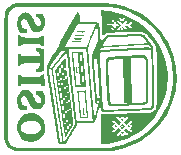
<source format=gbr>
%TF.GenerationSoftware,KiCad,Pcbnew,9.0.3*%
%TF.CreationDate,2025-09-21T16:31:05-04:00*%
%TF.ProjectId,6502-interposer,36353032-2d69-46e7-9465-72706f736572,rev?*%
%TF.SameCoordinates,Original*%
%TF.FileFunction,Legend,Bot*%
%TF.FilePolarity,Positive*%
%FSLAX46Y46*%
G04 Gerber Fmt 4.6, Leading zero omitted, Abs format (unit mm)*
G04 Created by KiCad (PCBNEW 9.0.3) date 2025-09-21 16:31:05*
%MOMM*%
%LPD*%
G01*
G04 APERTURE LIST*
%ADD10C,0.000000*%
G04 APERTURE END LIST*
D10*
%TO.C,G\u002A\u002A\u002A*%
G36*
X71847064Y-77715164D02*
G01*
X71838389Y-77723839D01*
X71829714Y-77715164D01*
X71838389Y-77706490D01*
X71847064Y-77715164D01*
G37*
G36*
X71690916Y-77454919D02*
G01*
X71682241Y-77463593D01*
X71673566Y-77454919D01*
X71682241Y-77446244D01*
X71690916Y-77454919D01*
G37*
G36*
X71448020Y-75928143D02*
G01*
X71439345Y-75936817D01*
X71430670Y-75928143D01*
X71439345Y-75919468D01*
X71448020Y-75928143D01*
G37*
G36*
X71413320Y-75702596D02*
G01*
X71404645Y-75711271D01*
X71395971Y-75702596D01*
X71404645Y-75693921D01*
X71413320Y-75702596D01*
G37*
G36*
X71517419Y-75390301D02*
G01*
X71508744Y-75398976D01*
X71500069Y-75390301D01*
X71508744Y-75381626D01*
X71517419Y-75390301D01*
G37*
G36*
X71326572Y-75164755D02*
G01*
X71317897Y-75173430D01*
X71309222Y-75164755D01*
X71317897Y-75156080D01*
X71326572Y-75164755D01*
G37*
G36*
X71413320Y-74731011D02*
G01*
X71404645Y-74739686D01*
X71395971Y-74731011D01*
X71404645Y-74722337D01*
X71413320Y-74731011D01*
G37*
G36*
X71153074Y-74071722D02*
G01*
X71144400Y-74080397D01*
X71135725Y-74071722D01*
X71144400Y-74063047D01*
X71153074Y-74071722D01*
G37*
G36*
X71101025Y-73724727D02*
G01*
X71092350Y-73733402D01*
X71083676Y-73724727D01*
X71092350Y-73716052D01*
X71101025Y-73724727D01*
G37*
G36*
X71083676Y-73620629D02*
G01*
X71075001Y-73629304D01*
X71066326Y-73620629D01*
X71075001Y-73611954D01*
X71083676Y-73620629D01*
G37*
G36*
X75004714Y-73551230D02*
G01*
X74996039Y-73559905D01*
X74987364Y-73551230D01*
X74996039Y-73542555D01*
X75004714Y-73551230D01*
G37*
G36*
X74779167Y-73308334D02*
G01*
X74770492Y-73317009D01*
X74761818Y-73308334D01*
X74770492Y-73299659D01*
X74779167Y-73308334D01*
G37*
G36*
X71031626Y-73273634D02*
G01*
X71022951Y-73282309D01*
X71014277Y-73273634D01*
X71022951Y-73264960D01*
X71031626Y-73273634D01*
G37*
G36*
X74761818Y-73100137D02*
G01*
X74753143Y-73108812D01*
X74744468Y-73100137D01*
X74753143Y-73091462D01*
X74761818Y-73100137D01*
G37*
G36*
X74970014Y-72996039D02*
G01*
X74961339Y-73004714D01*
X74952665Y-72996039D01*
X74961339Y-72987364D01*
X74970014Y-72996039D01*
G37*
G36*
X74952665Y-72683744D02*
G01*
X74943990Y-72692419D01*
X74935315Y-72683744D01*
X74943990Y-72675069D01*
X74952665Y-72683744D01*
G37*
G36*
X73391189Y-72683744D02*
G01*
X73382514Y-72692419D01*
X73373839Y-72683744D01*
X73382514Y-72675069D01*
X73391189Y-72683744D01*
G37*
G36*
X73616736Y-72614345D02*
G01*
X73608061Y-72623020D01*
X73599386Y-72614345D01*
X73608061Y-72605670D01*
X73616736Y-72614345D01*
G37*
G36*
X70910178Y-72527596D02*
G01*
X70901503Y-72536271D01*
X70892829Y-72527596D01*
X70901503Y-72518921D01*
X70910178Y-72527596D01*
G37*
G36*
X73686135Y-72492897D02*
G01*
X73677460Y-72501572D01*
X73668785Y-72492897D01*
X73677460Y-72484222D01*
X73686135Y-72492897D01*
G37*
G36*
X74709768Y-72475547D02*
G01*
X74701094Y-72484222D01*
X74692419Y-72475547D01*
X74701094Y-72466872D01*
X74709768Y-72475547D01*
G37*
G36*
X74935315Y-72423498D02*
G01*
X74926640Y-72432173D01*
X74917965Y-72423498D01*
X74926640Y-72414823D01*
X74935315Y-72423498D01*
G37*
G36*
X73582036Y-72232651D02*
G01*
X73573361Y-72241326D01*
X73564686Y-72232651D01*
X73573361Y-72223976D01*
X73582036Y-72232651D01*
G37*
G36*
X70858129Y-72197951D02*
G01*
X70849454Y-72206626D01*
X70840779Y-72197951D01*
X70849454Y-72189277D01*
X70858129Y-72197951D01*
G37*
G36*
X73339140Y-72180602D02*
G01*
X73330465Y-72189277D01*
X73321790Y-72180602D01*
X73330465Y-72171927D01*
X73339140Y-72180602D01*
G37*
G36*
X74917965Y-72145902D02*
G01*
X74909290Y-72154577D01*
X74900615Y-72145902D01*
X74909290Y-72137227D01*
X74917965Y-72145902D01*
G37*
G36*
X74675069Y-72024454D02*
G01*
X74666394Y-72033129D01*
X74657719Y-72024454D01*
X74666394Y-72015779D01*
X74675069Y-72024454D01*
G37*
G36*
X73634085Y-71868307D02*
G01*
X73625411Y-71876981D01*
X73616736Y-71868307D01*
X73625411Y-71859632D01*
X73634085Y-71868307D01*
G37*
G36*
X70962227Y-71781558D02*
G01*
X70953553Y-71790233D01*
X70944878Y-71781558D01*
X70953553Y-71772883D01*
X70962227Y-71781558D01*
G37*
G36*
X73529987Y-71694809D02*
G01*
X73521312Y-71703484D01*
X73512637Y-71694809D01*
X73521312Y-71686134D01*
X73529987Y-71694809D01*
G37*
G36*
X74640370Y-71608061D02*
G01*
X74631695Y-71616736D01*
X74623020Y-71608061D01*
X74631695Y-71599386D01*
X74640370Y-71608061D01*
G37*
G36*
X73287091Y-71608061D02*
G01*
X73278416Y-71616736D01*
X73269741Y-71608061D01*
X73278416Y-71599386D01*
X73287091Y-71608061D01*
G37*
G36*
X73599386Y-71538662D02*
G01*
X73590711Y-71547337D01*
X73582036Y-71538662D01*
X73590711Y-71529987D01*
X73599386Y-71538662D01*
G37*
G36*
X73269741Y-71434563D02*
G01*
X73261066Y-71443238D01*
X73252391Y-71434563D01*
X73261066Y-71425889D01*
X73269741Y-71434563D01*
G37*
G36*
X74865916Y-71417214D02*
G01*
X74857241Y-71425889D01*
X74848566Y-71417214D01*
X74857241Y-71408539D01*
X74865916Y-71417214D01*
G37*
G36*
X73252391Y-71261066D02*
G01*
X73243717Y-71269741D01*
X73235042Y-71261066D01*
X73243717Y-71252391D01*
X73252391Y-71261066D01*
G37*
G36*
X72922747Y-71226367D02*
G01*
X72914072Y-71235042D01*
X72905397Y-71226367D01*
X72914072Y-71217692D01*
X72922747Y-71226367D01*
G37*
G36*
X74848566Y-71174317D02*
G01*
X74839891Y-71182992D01*
X74831217Y-71174317D01*
X74839891Y-71165643D01*
X74848566Y-71174317D01*
G37*
G36*
X74605670Y-71174317D02*
G01*
X74596995Y-71182992D01*
X74588320Y-71174317D01*
X74596995Y-71165643D01*
X74605670Y-71174317D01*
G37*
G36*
X73477938Y-71122268D02*
G01*
X73469263Y-71130943D01*
X73460588Y-71122268D01*
X73469263Y-71113593D01*
X73477938Y-71122268D01*
G37*
G36*
X72905397Y-71052869D02*
G01*
X72896722Y-71061544D01*
X72888047Y-71052869D01*
X72896722Y-71044195D01*
X72905397Y-71052869D01*
G37*
G36*
X74813867Y-71018170D02*
G01*
X74805192Y-71026845D01*
X74796517Y-71018170D01*
X74805192Y-71009495D01*
X74813867Y-71018170D01*
G37*
G36*
X74744468Y-70983470D02*
G01*
X74735793Y-70992145D01*
X74727118Y-70983470D01*
X74735793Y-70974796D01*
X74744468Y-70983470D01*
G37*
G36*
X74588320Y-70983470D02*
G01*
X74579645Y-70992145D01*
X74570971Y-70983470D01*
X74579645Y-70974796D01*
X74588320Y-70983470D01*
G37*
G36*
X74831217Y-70931421D02*
G01*
X74822542Y-70940096D01*
X74813867Y-70931421D01*
X74822542Y-70922746D01*
X74831217Y-70931421D01*
G37*
G36*
X74796517Y-70862022D02*
G01*
X74787842Y-70870697D01*
X74779167Y-70862022D01*
X74787842Y-70853348D01*
X74796517Y-70862022D01*
G37*
G36*
X74796517Y-70827323D02*
G01*
X74787842Y-70835998D01*
X74779167Y-70827323D01*
X74787842Y-70818648D01*
X74796517Y-70827323D01*
G37*
G36*
X73529987Y-70757924D02*
G01*
X73521312Y-70766599D01*
X73512637Y-70757924D01*
X73521312Y-70749249D01*
X73529987Y-70757924D01*
G37*
G36*
X73200342Y-70688525D02*
G01*
X73191667Y-70697200D01*
X73182992Y-70688525D01*
X73191667Y-70679850D01*
X73200342Y-70688525D01*
G37*
G36*
X73495288Y-70358880D02*
G01*
X73486613Y-70367555D01*
X73477938Y-70358880D01*
X73486613Y-70350205D01*
X73495288Y-70358880D01*
G37*
G36*
X71864413Y-70341531D02*
G01*
X71855738Y-70350205D01*
X71847064Y-70341531D01*
X71855738Y-70332856D01*
X71864413Y-70341531D01*
G37*
G36*
X73165643Y-70324181D02*
G01*
X73156968Y-70332856D01*
X73148293Y-70324181D01*
X73156968Y-70315506D01*
X73165643Y-70324181D01*
G37*
G36*
X73460588Y-70306831D02*
G01*
X73451913Y-70315506D01*
X73443238Y-70306831D01*
X73451913Y-70298156D01*
X73460588Y-70306831D01*
G37*
G36*
X74293375Y-69768990D02*
G01*
X74284700Y-69777664D01*
X74276025Y-69768990D01*
X74284700Y-69760315D01*
X74293375Y-69768990D01*
G37*
G36*
X72645151Y-69699591D02*
G01*
X72636476Y-69708266D01*
X72627801Y-69699591D01*
X72636476Y-69690916D01*
X72645151Y-69699591D01*
G37*
G36*
X76097747Y-69560793D02*
G01*
X76089072Y-69569468D01*
X76080397Y-69560793D01*
X76089072Y-69552118D01*
X76097747Y-69560793D01*
G37*
G36*
X76340643Y-69543443D02*
G01*
X76331968Y-69552118D01*
X76323293Y-69543443D01*
X76331968Y-69534768D01*
X76340643Y-69543443D01*
G37*
G36*
X77416326Y-69474044D02*
G01*
X77407651Y-69482719D01*
X77398976Y-69474044D01*
X77407651Y-69465369D01*
X77416326Y-69474044D01*
G37*
G36*
X77745971Y-69456695D02*
G01*
X77737296Y-69465369D01*
X77728621Y-69456695D01*
X77737296Y-69448020D01*
X77745971Y-69456695D01*
G37*
G36*
X72783949Y-69179099D02*
G01*
X72775274Y-69187774D01*
X72766599Y-69179099D01*
X72775274Y-69170424D01*
X72783949Y-69179099D01*
G37*
G36*
X73495288Y-69144399D02*
G01*
X73486613Y-69153074D01*
X73477938Y-69144399D01*
X73486613Y-69135725D01*
X73495288Y-69144399D01*
G37*
G36*
X73356490Y-69144399D02*
G01*
X73347815Y-69153074D01*
X73339140Y-69144399D01*
X73347815Y-69135725D01*
X73356490Y-69144399D01*
G37*
G36*
X73078894Y-69144399D02*
G01*
X73070219Y-69153074D01*
X73061544Y-69144399D01*
X73070219Y-69135725D01*
X73078894Y-69144399D01*
G37*
G36*
X72766599Y-69144399D02*
G01*
X72757924Y-69153074D01*
X72749249Y-69144399D01*
X72757924Y-69135725D01*
X72766599Y-69144399D01*
G37*
G36*
X74432173Y-69127050D02*
G01*
X74423498Y-69135725D01*
X74414823Y-69127050D01*
X74423498Y-69118375D01*
X74432173Y-69127050D01*
G37*
G36*
X73564686Y-69022951D02*
G01*
X73556012Y-69031626D01*
X73547337Y-69022951D01*
X73556012Y-69014277D01*
X73564686Y-69022951D01*
G37*
G36*
X73634085Y-68901503D02*
G01*
X73625411Y-68910178D01*
X73616736Y-68901503D01*
X73625411Y-68892828D01*
X73634085Y-68901503D01*
G37*
G36*
X78682856Y-68849454D02*
G01*
X78674181Y-68858129D01*
X78665506Y-68849454D01*
X78674181Y-68840779D01*
X78682856Y-68849454D01*
G37*
G36*
X74536271Y-68832104D02*
G01*
X74527596Y-68840779D01*
X74518921Y-68832104D01*
X74527596Y-68823430D01*
X74536271Y-68832104D01*
G37*
G36*
X73425889Y-68780055D02*
G01*
X73417214Y-68788730D01*
X73408539Y-68780055D01*
X73417214Y-68771380D01*
X73425889Y-68780055D01*
G37*
G36*
X73026845Y-68693307D02*
G01*
X73018170Y-68701981D01*
X73009495Y-68693307D01*
X73018170Y-68684632D01*
X73026845Y-68693307D01*
G37*
G36*
X73078894Y-68658607D02*
G01*
X73070219Y-68667282D01*
X73061544Y-68658607D01*
X73070219Y-68649932D01*
X73078894Y-68658607D01*
G37*
G36*
X73356490Y-68450410D02*
G01*
X73347815Y-68459085D01*
X73339140Y-68450410D01*
X73347815Y-68441736D01*
X73356490Y-68450410D01*
G37*
G36*
X73321790Y-68450410D02*
G01*
X73313115Y-68459085D01*
X73304441Y-68450410D01*
X73313115Y-68441736D01*
X73321790Y-68450410D01*
G37*
G36*
X74865916Y-68398361D02*
G01*
X74857241Y-68407036D01*
X74848566Y-68398361D01*
X74857241Y-68389686D01*
X74865916Y-68398361D01*
G37*
G36*
X76097747Y-68103416D02*
G01*
X76089072Y-68112091D01*
X76080397Y-68103416D01*
X76089072Y-68094741D01*
X76097747Y-68103416D01*
G37*
G36*
X76670288Y-67860520D02*
G01*
X76661613Y-67869195D01*
X76652938Y-67860520D01*
X76661613Y-67851845D01*
X76670288Y-67860520D01*
G37*
G36*
X75646654Y-67825820D02*
G01*
X75637979Y-67834495D01*
X75629304Y-67825820D01*
X75637979Y-67817145D01*
X75646654Y-67825820D01*
G37*
G36*
X73543630Y-71538313D02*
G01*
X73541553Y-71558903D01*
X73536335Y-71561617D01*
X73529987Y-71547337D01*
X73531239Y-71538152D01*
X73541553Y-71535770D01*
X73543630Y-71538313D01*
G37*
G36*
X74792810Y-70913723D02*
G01*
X74790734Y-70934313D01*
X74785515Y-70937027D01*
X74779167Y-70922746D01*
X74780419Y-70913562D01*
X74790734Y-70911180D01*
X74792810Y-70913723D01*
G37*
G36*
X74773384Y-70720333D02*
G01*
X74776098Y-70725551D01*
X74761818Y-70731899D01*
X74752633Y-70730647D01*
X74750251Y-70720333D01*
X74752794Y-70718257D01*
X74773384Y-70720333D01*
G37*
G36*
X72882264Y-70269240D02*
G01*
X72884978Y-70274459D01*
X72870697Y-70280807D01*
X72861512Y-70279554D01*
X72859131Y-70269240D01*
X72861674Y-70267164D01*
X72882264Y-70269240D01*
G37*
G36*
X74341717Y-69924788D02*
G01*
X74339641Y-69945379D01*
X74334422Y-69948093D01*
X74328074Y-69933812D01*
X74329327Y-69924627D01*
X74339641Y-69922246D01*
X74341717Y-69924788D01*
G37*
G36*
X73810836Y-69679064D02*
G01*
X73818866Y-69685309D01*
X73800354Y-69689546D01*
X73782756Y-69688319D01*
X73777582Y-69680434D01*
X73783720Y-69676996D01*
X73810836Y-69679064D01*
G37*
G36*
X75519422Y-69592601D02*
G01*
X75522137Y-69597819D01*
X75507856Y-69604167D01*
X75498671Y-69602915D01*
X75496289Y-69592601D01*
X75498832Y-69590524D01*
X75519422Y-69592601D01*
G37*
G36*
X77160417Y-68846639D02*
G01*
X77163360Y-68852663D01*
X77138730Y-68855390D01*
X77114863Y-68852971D01*
X77117043Y-68846639D01*
X77124896Y-68844347D01*
X77160417Y-68846639D01*
G37*
G36*
X77749224Y-68828927D02*
G01*
X77757254Y-68835172D01*
X77738742Y-68839410D01*
X77721144Y-68838183D01*
X77715970Y-68830297D01*
X77722108Y-68826859D01*
X77749224Y-68828927D01*
G37*
G36*
X73481191Y-68776878D02*
G01*
X73489222Y-68783123D01*
X73470709Y-68787360D01*
X73453112Y-68786134D01*
X73447937Y-68778248D01*
X73454075Y-68774810D01*
X73481191Y-68776878D01*
G37*
G36*
X73586374Y-68655792D02*
G01*
X73589317Y-68661816D01*
X73564686Y-68664543D01*
X73540820Y-68662124D01*
X73542999Y-68655792D01*
X73550853Y-68653500D01*
X73586374Y-68655792D01*
G37*
G36*
X74810160Y-68085717D02*
G01*
X74808084Y-68106307D01*
X74802865Y-68109022D01*
X74796517Y-68094741D01*
X74797769Y-68085556D01*
X74808084Y-68083175D01*
X74810160Y-68085717D01*
G37*
G36*
X74827510Y-67946920D02*
G01*
X74825433Y-67967510D01*
X74820215Y-67970224D01*
X74813867Y-67955943D01*
X74815119Y-67946758D01*
X74825433Y-67944377D01*
X74827510Y-67946920D01*
G37*
G36*
X73446491Y-67805294D02*
G01*
X73454522Y-67811538D01*
X73436009Y-67815776D01*
X73418412Y-67814549D01*
X73413238Y-67806663D01*
X73419376Y-67803225D01*
X73446491Y-67805294D01*
G37*
G36*
X76465055Y-76347430D02*
G01*
X76531978Y-76412779D01*
X76482052Y-76462705D01*
X76432126Y-76512632D01*
X76370407Y-76455988D01*
X76308689Y-76399345D01*
X76353410Y-76340713D01*
X76398131Y-76282081D01*
X76465055Y-76347430D01*
G37*
G36*
X74581405Y-70715348D02*
G01*
X74596995Y-70731899D01*
X74599706Y-70738620D01*
X74589344Y-70749249D01*
X74584308Y-70748582D01*
X74570971Y-70731899D01*
X74571170Y-70727973D01*
X74578622Y-70714550D01*
X74581405Y-70715348D01*
G37*
G36*
X77555227Y-76361985D02*
G01*
X77607146Y-76411727D01*
X77569436Y-76451868D01*
X77560830Y-76460810D01*
X77526441Y-76487066D01*
X77495678Y-76484804D01*
X77456481Y-76454285D01*
X77438486Y-76436886D01*
X77420043Y-76410659D01*
X77427015Y-76386930D01*
X77459817Y-76353101D01*
X77503308Y-76312243D01*
X77555227Y-76361985D01*
G37*
G36*
X76990155Y-75784389D02*
G01*
X77039030Y-75827994D01*
X77046925Y-75836963D01*
X77058103Y-75857255D01*
X77049408Y-75877848D01*
X77017891Y-75910210D01*
X76966717Y-75959237D01*
X76922900Y-75917665D01*
X76887063Y-75872311D01*
X76882979Y-75830814D01*
X76911740Y-75790651D01*
X76911815Y-75790584D01*
X76949057Y-75772302D01*
X76990155Y-75784389D01*
G37*
G36*
X77010076Y-76875127D02*
G01*
X77029082Y-76894096D01*
X77057680Y-76925517D01*
X77068626Y-76942168D01*
X77066527Y-76947024D01*
X77048454Y-76972722D01*
X77018048Y-77010083D01*
X76968175Y-77068390D01*
X76915163Y-77010083D01*
X76906213Y-77000121D01*
X76871853Y-76957079D01*
X76862842Y-76933152D01*
X76878039Y-76925752D01*
X76880084Y-76925420D01*
X76899855Y-76907830D01*
X76922882Y-76871723D01*
X76950822Y-76817695D01*
X77010076Y-76875127D01*
G37*
G36*
X73686120Y-68480081D02*
G01*
X73761705Y-68482462D01*
X73805373Y-68486595D01*
X73815754Y-68492431D01*
X73814224Y-68493398D01*
X73786703Y-68498759D01*
X73730866Y-68503872D01*
X73652123Y-68508412D01*
X73555882Y-68512057D01*
X73447554Y-68514482D01*
X73359221Y-68515481D01*
X73246281Y-68515316D01*
X73165128Y-68513068D01*
X73116715Y-68508772D01*
X73101993Y-68502460D01*
X73117828Y-68496808D01*
X73165646Y-68491227D01*
X73242345Y-68486512D01*
X73344878Y-68482845D01*
X73470193Y-68480409D01*
X73579990Y-68479498D01*
X73686120Y-68480081D01*
G37*
G36*
X73636173Y-68363127D02*
G01*
X73721262Y-68365178D01*
X73791203Y-68368814D01*
X73839495Y-68374077D01*
X73859632Y-68381011D01*
X73852330Y-68386131D01*
X73813067Y-68391992D01*
X73741210Y-68396816D01*
X73637947Y-68400531D01*
X73504466Y-68403062D01*
X73464882Y-68403546D01*
X73350837Y-68404440D01*
X73266939Y-68404025D01*
X73209680Y-68402123D01*
X73175551Y-68398555D01*
X73161043Y-68393145D01*
X73162647Y-68385713D01*
X73171731Y-68381629D01*
X73211135Y-68375097D01*
X73274411Y-68369886D01*
X73355056Y-68366040D01*
X73446567Y-68363602D01*
X73542440Y-68362616D01*
X73636173Y-68363127D01*
G37*
G36*
X73455095Y-68833126D02*
G01*
X73539415Y-68835115D01*
X73607118Y-68838468D01*
X73652187Y-68843232D01*
X73668606Y-68849454D01*
X73668598Y-68849611D01*
X73650868Y-68855770D01*
X73600550Y-68861151D01*
X73519700Y-68865639D01*
X73410375Y-68869119D01*
X73274631Y-68871477D01*
X73252149Y-68871734D01*
X73125778Y-68872709D01*
X73030589Y-68872387D01*
X72963550Y-68870639D01*
X72921632Y-68867338D01*
X72901803Y-68862352D01*
X72901032Y-68855554D01*
X72904962Y-68853355D01*
X72937139Y-68847140D01*
X72994815Y-68841954D01*
X73071973Y-68837845D01*
X73162597Y-68834859D01*
X73260669Y-68833046D01*
X73360174Y-68832452D01*
X73455095Y-68833126D01*
G37*
G36*
X73515841Y-68702786D02*
G01*
X73596978Y-68704877D01*
X73661562Y-68708774D01*
X73703565Y-68714560D01*
X73716957Y-68722323D01*
X73707237Y-68730249D01*
X73680974Y-68736617D01*
X73634582Y-68741515D01*
X73564421Y-68745208D01*
X73466846Y-68747964D01*
X73338217Y-68750049D01*
X73290471Y-68750613D01*
X73176900Y-68751434D01*
X73093309Y-68750963D01*
X73036218Y-68749027D01*
X73002148Y-68745453D01*
X72987620Y-68740068D01*
X72989154Y-68732700D01*
X72990731Y-68731456D01*
X73018958Y-68723321D01*
X73072828Y-68716390D01*
X73146314Y-68710747D01*
X73233385Y-68706480D01*
X73328016Y-68703673D01*
X73424177Y-68702413D01*
X73515841Y-68702786D01*
G37*
G36*
X73377034Y-69068468D02*
G01*
X73453006Y-69069854D01*
X73507625Y-69072248D01*
X73534225Y-69075691D01*
X73553635Y-69084901D01*
X73558997Y-69095810D01*
X73537097Y-69104369D01*
X73486455Y-69110741D01*
X73405591Y-69115091D01*
X73293022Y-69117581D01*
X73147269Y-69118375D01*
X73081949Y-69118170D01*
X72975109Y-69116876D01*
X72883569Y-69114551D01*
X72812180Y-69111379D01*
X72765790Y-69107545D01*
X72749249Y-69103233D01*
X72753992Y-69097734D01*
X72783799Y-69087619D01*
X72831921Y-69080146D01*
X72845932Y-69078934D01*
X72910090Y-69075165D01*
X72992876Y-69072149D01*
X73087628Y-69069929D01*
X73187680Y-69068548D01*
X73286370Y-69068047D01*
X73377034Y-69068468D01*
G37*
G36*
X73719147Y-68582508D02*
G01*
X73751691Y-68586159D01*
X73767098Y-68591925D01*
X73769301Y-68599990D01*
X73768560Y-68601635D01*
X73756985Y-68609566D01*
X73729951Y-68615736D01*
X73683609Y-68620434D01*
X73614114Y-68623950D01*
X73517615Y-68626576D01*
X73390266Y-68628601D01*
X73374718Y-68628794D01*
X73252182Y-68629860D01*
X73160709Y-68629598D01*
X73097040Y-68627855D01*
X73057916Y-68624478D01*
X73040080Y-68619315D01*
X73040273Y-68612214D01*
X73056167Y-68605369D01*
X73101050Y-68598101D01*
X73175367Y-68592139D01*
X73280870Y-68587350D01*
X73419308Y-68583603D01*
X73479354Y-68582403D01*
X73586913Y-68580814D01*
X73665532Y-68580788D01*
X73719147Y-68582508D01*
G37*
G36*
X73221706Y-69205027D02*
G01*
X73317853Y-69207262D01*
X73401990Y-69210586D01*
X73468451Y-69214971D01*
X73511563Y-69220389D01*
X73525660Y-69226811D01*
X73516743Y-69233417D01*
X73488415Y-69239628D01*
X73437800Y-69244507D01*
X73361795Y-69248256D01*
X73257298Y-69251076D01*
X73121208Y-69253171D01*
X73059966Y-69253783D01*
X72950174Y-69254309D01*
X72854124Y-69254037D01*
X72777056Y-69253019D01*
X72724206Y-69251308D01*
X72700813Y-69248956D01*
X72691461Y-69242983D01*
X72688450Y-69222596D01*
X72688669Y-69222294D01*
X72710133Y-69216102D01*
X72759275Y-69211199D01*
X72830423Y-69207557D01*
X72917910Y-69205147D01*
X73016066Y-69203941D01*
X73119221Y-69203911D01*
X73221706Y-69205027D01*
G37*
G36*
X73702731Y-74871947D02*
G01*
X73703680Y-74873396D01*
X73710772Y-74900560D01*
X73719386Y-74954168D01*
X73728519Y-75027217D01*
X73737171Y-75112705D01*
X73738130Y-75123249D01*
X73746567Y-75210642D01*
X73754772Y-75287282D01*
X73761852Y-75345226D01*
X73766910Y-75376534D01*
X73768895Y-75386426D01*
X73762947Y-75411994D01*
X73729930Y-75426445D01*
X73696252Y-75429733D01*
X73663177Y-75417926D01*
X73656417Y-75404426D01*
X73644995Y-75360921D01*
X73633427Y-75296839D01*
X73623398Y-75220542D01*
X73618690Y-75175671D01*
X73610672Y-75090371D01*
X73604667Y-75014762D01*
X73601711Y-74961226D01*
X73601268Y-74938236D01*
X73604230Y-74898223D01*
X73616903Y-74878277D01*
X73644031Y-74867940D01*
X73677071Y-74864355D01*
X73702731Y-74871947D01*
G37*
G36*
X73078894Y-71388548D02*
G01*
X73108098Y-71393309D01*
X73125884Y-71397947D01*
X73126293Y-71399277D01*
X73129864Y-71423921D01*
X73135940Y-71474032D01*
X73143738Y-71542356D01*
X73152479Y-71621639D01*
X73161382Y-71704626D01*
X73169665Y-71784064D01*
X73176549Y-71852698D01*
X73181251Y-71903274D01*
X73182992Y-71928537D01*
X73181948Y-71931961D01*
X73161334Y-71942122D01*
X73126414Y-71946232D01*
X73093174Y-71943558D01*
X73077601Y-71933368D01*
X73077596Y-71933318D01*
X73075261Y-71911642D01*
X73069914Y-71862750D01*
X73062348Y-71793853D01*
X73053351Y-71712159D01*
X73045208Y-71632574D01*
X73038160Y-71550802D01*
X73033836Y-71484532D01*
X73032957Y-71443238D01*
X73036760Y-71405636D01*
X73049575Y-71388495D01*
X73078894Y-71388548D01*
G37*
G36*
X73582090Y-68947735D02*
G01*
X73613393Y-68951264D01*
X73628285Y-68956764D01*
X73630491Y-68964367D01*
X73627860Y-68968335D01*
X73612663Y-68975477D01*
X73581349Y-68981055D01*
X73530201Y-68985329D01*
X73455503Y-68988556D01*
X73353540Y-68990997D01*
X73220594Y-68992909D01*
X73089815Y-68993835D01*
X72972031Y-68993119D01*
X72887197Y-68990545D01*
X72835880Y-68986132D01*
X72818648Y-68979897D01*
X72818245Y-68976486D01*
X72816794Y-68971134D01*
X72817833Y-68967064D01*
X72825387Y-68963989D01*
X72843480Y-68961621D01*
X72876137Y-68959674D01*
X72927381Y-68957860D01*
X73001238Y-68955892D01*
X73101730Y-68953483D01*
X73232883Y-68950347D01*
X73352456Y-68947662D01*
X73455347Y-68946065D01*
X73530650Y-68946046D01*
X73582090Y-68947735D01*
G37*
G36*
X77074478Y-76288475D02*
G01*
X77085122Y-76298480D01*
X77130002Y-76343130D01*
X77161528Y-76378528D01*
X77173430Y-76397751D01*
X77171045Y-76403669D01*
X77150141Y-76431372D01*
X77112336Y-76473678D01*
X77063296Y-76524093D01*
X76966579Y-76619949D01*
X76953161Y-76633248D01*
X76855448Y-76532266D01*
X76841537Y-76517800D01*
X76798763Y-76472043D01*
X76768783Y-76437978D01*
X76757386Y-76422109D01*
X76759683Y-76417861D01*
X76774364Y-76400553D01*
X76883529Y-76400553D01*
X76886037Y-76433212D01*
X76918639Y-76471635D01*
X76928720Y-76480825D01*
X76966579Y-76505321D01*
X76997912Y-76499981D01*
X77032991Y-76464130D01*
X77033540Y-76463427D01*
X77055727Y-76415039D01*
X77043749Y-76371794D01*
X76997898Y-76334772D01*
X76982453Y-76327897D01*
X76954212Y-76329076D01*
X76920222Y-76354749D01*
X76911253Y-76363413D01*
X76883529Y-76400553D01*
X76774364Y-76400553D01*
X76780280Y-76393578D01*
X76817679Y-76353831D01*
X76866281Y-76304659D01*
X76975526Y-76196385D01*
X77074478Y-76288475D01*
G37*
G36*
X77671814Y-70722023D02*
G01*
X77672125Y-70722688D01*
X77674548Y-70746320D01*
X77677651Y-70801459D01*
X77681359Y-70885348D01*
X77685601Y-70995233D01*
X77690304Y-71128355D01*
X77695396Y-71281959D01*
X77700803Y-71453289D01*
X77706453Y-71639588D01*
X77712274Y-71838099D01*
X77718193Y-72046067D01*
X77724138Y-72260734D01*
X77730035Y-72479345D01*
X77735812Y-72699143D01*
X77741397Y-72917372D01*
X77746717Y-73131275D01*
X77751699Y-73338096D01*
X77756271Y-73535079D01*
X77760360Y-73719467D01*
X77763894Y-73888504D01*
X77766800Y-74039433D01*
X77769006Y-74169499D01*
X77770438Y-74275944D01*
X77771024Y-74356012D01*
X77770692Y-74406947D01*
X77769369Y-74425993D01*
X77751805Y-74428633D01*
X77704911Y-74431780D01*
X77634285Y-74435108D01*
X77545480Y-74438358D01*
X77444048Y-74441268D01*
X77124872Y-74449265D01*
X77114977Y-74303868D01*
X77113838Y-74283090D01*
X77111356Y-74222258D01*
X77108253Y-74131886D01*
X77104618Y-74015211D01*
X77100544Y-73875468D01*
X77096121Y-73715893D01*
X77091439Y-73539722D01*
X77086590Y-73350191D01*
X77081665Y-73150535D01*
X77076755Y-72943990D01*
X77074787Y-72860032D01*
X77069679Y-72645866D01*
X77064517Y-72434381D01*
X77059406Y-72229579D01*
X77054449Y-72035460D01*
X77049751Y-71856027D01*
X77045416Y-71695279D01*
X77041548Y-71557219D01*
X77038251Y-71445847D01*
X77035631Y-71365164D01*
X77035122Y-71350661D01*
X77031062Y-71232452D01*
X77027283Y-71118509D01*
X77024026Y-71016435D01*
X77021537Y-70933832D01*
X77020057Y-70878303D01*
X77017282Y-70755786D01*
X77342589Y-70737278D01*
X77345663Y-70737103D01*
X77447552Y-70731492D01*
X77536548Y-70726926D01*
X77607215Y-70723659D01*
X77654116Y-70721940D01*
X77671814Y-70722023D01*
G37*
G36*
X68307056Y-68719524D02*
G01*
X68342681Y-68723621D01*
X68357082Y-68737766D01*
X68359768Y-68768064D01*
X68370200Y-68824472D01*
X68407001Y-68867201D01*
X68473006Y-68893368D01*
X68473775Y-68893537D01*
X68507086Y-68896822D01*
X68570268Y-68899675D01*
X68658717Y-68902091D01*
X68767828Y-68904065D01*
X68892996Y-68905592D01*
X69029616Y-68906667D01*
X69173085Y-68907284D01*
X69318798Y-68907437D01*
X69462149Y-68907123D01*
X69598534Y-68906335D01*
X69723349Y-68905069D01*
X69831989Y-68903319D01*
X69919849Y-68901079D01*
X69982325Y-68898346D01*
X70014812Y-68895113D01*
X70016147Y-68894818D01*
X70058437Y-68877681D01*
X70084911Y-68843872D01*
X70102713Y-68784393D01*
X70105651Y-68771455D01*
X70114459Y-68751751D01*
X70133279Y-68741383D01*
X70170340Y-68737358D01*
X70233869Y-68736681D01*
X70354987Y-68736681D01*
X70354987Y-69188566D01*
X70354987Y-69640452D01*
X70239259Y-69635322D01*
X70217576Y-69634319D01*
X70164162Y-69630227D01*
X70133848Y-69622070D01*
X70117706Y-69605993D01*
X70106807Y-69578143D01*
X70103991Y-69569096D01*
X70097459Y-69548287D01*
X70089649Y-69531113D01*
X70077523Y-69517226D01*
X70058042Y-69506280D01*
X70028169Y-69497928D01*
X69984865Y-69491823D01*
X69925091Y-69487619D01*
X69845809Y-69484969D01*
X69743982Y-69483526D01*
X69616571Y-69482944D01*
X69460537Y-69482876D01*
X69272842Y-69482975D01*
X69247080Y-69482983D01*
X69058132Y-69483116D01*
X68900475Y-69483593D01*
X68771076Y-69484737D01*
X68666901Y-69486871D01*
X68584918Y-69490319D01*
X68522093Y-69495404D01*
X68475395Y-69502449D01*
X68441790Y-69511778D01*
X68418245Y-69523713D01*
X68401727Y-69538579D01*
X68389204Y-69556698D01*
X68377643Y-69578394D01*
X68368152Y-69596380D01*
X68345899Y-69628991D01*
X68318300Y-69646811D01*
X68275577Y-69654308D01*
X68207958Y-69655951D01*
X68099523Y-69656216D01*
X68099523Y-69198617D01*
X68099523Y-68741018D01*
X68153740Y-68730175D01*
X68163828Y-68728369D01*
X68221664Y-68721933D01*
X68283863Y-68719331D01*
X68307056Y-68719524D01*
G37*
G36*
X70314168Y-72035023D02*
G01*
X70347288Y-72044197D01*
X70361214Y-72063491D01*
X70363491Y-72082270D01*
X70366763Y-72132490D01*
X70370428Y-72208196D01*
X70374269Y-72304371D01*
X70378071Y-72415999D01*
X70381619Y-72538063D01*
X70393457Y-72982272D01*
X70337354Y-72993493D01*
X70322759Y-72995998D01*
X70263149Y-73002222D01*
X70199417Y-73004714D01*
X70162882Y-73004187D01*
X70129543Y-72997881D01*
X70111580Y-72978159D01*
X70097408Y-72937373D01*
X70092880Y-72921721D01*
X70085609Y-72897863D01*
X70076602Y-72878166D01*
X70062862Y-72862231D01*
X70041392Y-72849661D01*
X70009196Y-72840058D01*
X69963277Y-72833026D01*
X69900639Y-72828166D01*
X69818285Y-72825081D01*
X69713219Y-72823374D01*
X69582443Y-72822646D01*
X69422962Y-72822501D01*
X69231779Y-72822542D01*
X68443530Y-72822542D01*
X68401649Y-72871221D01*
X68397095Y-72876703D01*
X68370589Y-72917873D01*
X68359768Y-72951776D01*
X68355704Y-72969977D01*
X68332325Y-72994183D01*
X68309923Y-72999665D01*
X68254345Y-73004004D01*
X68191565Y-73002030D01*
X68138559Y-72993778D01*
X68099523Y-72983317D01*
X68099523Y-72519325D01*
X68099523Y-72055333D01*
X68193930Y-72045590D01*
X68267133Y-72040787D01*
X68321523Y-72045831D01*
X68350938Y-72063127D01*
X68359768Y-72093954D01*
X68368153Y-72130678D01*
X68392246Y-72173491D01*
X68397148Y-72179194D01*
X68411685Y-72191993D01*
X68431614Y-72202577D01*
X68459866Y-72211102D01*
X68499371Y-72217725D01*
X68553059Y-72222602D01*
X68623860Y-72225890D01*
X68714704Y-72227746D01*
X68828522Y-72228326D01*
X68968242Y-72227787D01*
X69136796Y-72226284D01*
X69337113Y-72223976D01*
X69435661Y-72222753D01*
X69593942Y-72220644D01*
X69722508Y-72218588D01*
X69824600Y-72216399D01*
X69903457Y-72213890D01*
X69962321Y-72210873D01*
X70004431Y-72207161D01*
X70033027Y-72202568D01*
X70051351Y-72196905D01*
X70062641Y-72189986D01*
X70070139Y-72181623D01*
X70084421Y-72154501D01*
X70094741Y-72107457D01*
X70096711Y-72092134D01*
X70122789Y-72059154D01*
X70179719Y-72039585D01*
X70268199Y-72033129D01*
X70314168Y-72035023D01*
G37*
G36*
X69687771Y-69786007D02*
G01*
X69736166Y-69791115D01*
X69804774Y-69799116D01*
X69886941Y-69809171D01*
X69976011Y-69820438D01*
X70065331Y-69832078D01*
X70148245Y-69843251D01*
X70218099Y-69853117D01*
X70268238Y-69860835D01*
X70346312Y-69873888D01*
X70350798Y-70812185D01*
X70355283Y-71750483D01*
X70014740Y-71797199D01*
X69996922Y-71799635D01*
X69894270Y-71813348D01*
X69804915Y-71824751D01*
X69734120Y-71833210D01*
X69687154Y-71838091D01*
X69669281Y-71838761D01*
X69666012Y-71820313D01*
X69662134Y-71776636D01*
X69658500Y-71717234D01*
X69652635Y-71600862D01*
X69765252Y-71543737D01*
X69822583Y-71512769D01*
X69865127Y-71481805D01*
X69895674Y-71444656D01*
X69924825Y-71391189D01*
X69942119Y-71351103D01*
X69968098Y-71270626D01*
X69983211Y-71196005D01*
X69994641Y-71096244D01*
X69250941Y-71096271D01*
X69219349Y-71096274D01*
X69042654Y-71096423D01*
X68896834Y-71096882D01*
X68778595Y-71097776D01*
X68684643Y-71099228D01*
X68611684Y-71101363D01*
X68556425Y-71104305D01*
X68515573Y-71108179D01*
X68485833Y-71113108D01*
X68463912Y-71119218D01*
X68446517Y-71126633D01*
X68400154Y-71159436D01*
X68366249Y-71217692D01*
X68355637Y-71247038D01*
X68339067Y-71269000D01*
X68309281Y-71279099D01*
X68255544Y-71283739D01*
X68221519Y-71285033D01*
X68170733Y-71284198D01*
X68140627Y-71279946D01*
X68139282Y-71279277D01*
X68132319Y-71268714D01*
X68126892Y-71244320D01*
X68122832Y-71202616D01*
X68119970Y-71140127D01*
X68118136Y-71053374D01*
X68117160Y-70938880D01*
X68116872Y-70793168D01*
X68116872Y-70315506D01*
X68199283Y-70315269D01*
X68222625Y-70314846D01*
X68278910Y-70311218D01*
X68318544Y-70305143D01*
X68326280Y-70303307D01*
X68346251Y-70305265D01*
X68358117Y-70326436D01*
X68367279Y-70374511D01*
X68369306Y-70388609D01*
X68373688Y-70416715D01*
X68380198Y-70439959D01*
X68391798Y-70458799D01*
X68411447Y-70473699D01*
X68442108Y-70485118D01*
X68486741Y-70493519D01*
X68548307Y-70499362D01*
X68629766Y-70503109D01*
X68734081Y-70505220D01*
X68864212Y-70506157D01*
X69023120Y-70506381D01*
X69213765Y-70506353D01*
X69973293Y-70506353D01*
X69972912Y-70397917D01*
X69969904Y-70337210D01*
X69946172Y-70232425D01*
X69897835Y-70151331D01*
X69823702Y-70092290D01*
X69722584Y-70053667D01*
X69639153Y-70032659D01*
X69650506Y-69910515D01*
X69650984Y-69905399D01*
X69657067Y-69845704D01*
X69662360Y-69802477D01*
X69665765Y-69784771D01*
X69666242Y-69784632D01*
X69687771Y-69786007D01*
G37*
G36*
X69469209Y-75332781D02*
G01*
X69654311Y-75376287D01*
X69821922Y-75447286D01*
X69975977Y-75547507D01*
X70120406Y-75678676D01*
X70157050Y-75718387D01*
X70250622Y-75838852D01*
X70321137Y-75965819D01*
X70371074Y-76105693D01*
X70402916Y-76264877D01*
X70419142Y-76449775D01*
X70420424Y-76483540D01*
X70413925Y-76695618D01*
X70380677Y-76887355D01*
X70319838Y-77061256D01*
X70230569Y-77219827D01*
X70112030Y-77365573D01*
X70037801Y-77438345D01*
X69926100Y-77526742D01*
X69802324Y-77598405D01*
X69655194Y-77660616D01*
X69632583Y-77668881D01*
X69580543Y-77686600D01*
X69534235Y-77698808D01*
X69485573Y-77706541D01*
X69426471Y-77710836D01*
X69348844Y-77712730D01*
X69300001Y-77712978D01*
X69244604Y-77713260D01*
X69237950Y-77713270D01*
X69133563Y-77712895D01*
X69055177Y-77710839D01*
X68994554Y-77706168D01*
X68943457Y-77697953D01*
X68893647Y-77685261D01*
X68836886Y-77667160D01*
X68834030Y-77666197D01*
X68749553Y-77633806D01*
X68661104Y-77593984D01*
X68587376Y-77555123D01*
X68497871Y-77493617D01*
X68374056Y-77376840D01*
X68265667Y-77235116D01*
X68175743Y-77073348D01*
X68107319Y-76896437D01*
X68063433Y-76709287D01*
X68061158Y-76693156D01*
X68055283Y-76603692D01*
X68055664Y-76547133D01*
X68396419Y-76547133D01*
X68403847Y-76632296D01*
X68421036Y-76697538D01*
X68423264Y-76702587D01*
X68490672Y-76810829D01*
X68588063Y-76901924D01*
X68715135Y-76975648D01*
X68871585Y-77031775D01*
X68874626Y-77032608D01*
X69001128Y-77057046D01*
X69147137Y-77069313D01*
X69300001Y-77069388D01*
X69447069Y-77057250D01*
X69575689Y-77032881D01*
X69725914Y-76984594D01*
X69850702Y-76923770D01*
X69945918Y-76850003D01*
X70013572Y-76761266D01*
X70055676Y-76655536D01*
X70074239Y-76530787D01*
X70076350Y-76473153D01*
X70072964Y-76416267D01*
X70060084Y-76367046D01*
X70035008Y-76310308D01*
X69967577Y-76210077D01*
X69870196Y-76124653D01*
X69745651Y-76056796D01*
X69595765Y-76007281D01*
X69422358Y-75976885D01*
X69227255Y-75966383D01*
X69102435Y-75968541D01*
X68980104Y-75978053D01*
X68874721Y-75996742D01*
X68776986Y-76026338D01*
X68677603Y-76068569D01*
X68634853Y-76090368D01*
X68537330Y-76157093D01*
X68467595Y-76236576D01*
X68420977Y-76333643D01*
X68410853Y-76370553D01*
X68398753Y-76455426D01*
X68396419Y-76547133D01*
X68055664Y-76547133D01*
X68056012Y-76495353D01*
X68062698Y-76380429D01*
X68074692Y-76271208D01*
X68091346Y-76179977D01*
X68125367Y-76063794D01*
X68188497Y-75922013D01*
X68275841Y-75789801D01*
X68392259Y-75658744D01*
X68444894Y-75608128D01*
X68591693Y-75491326D01*
X68745627Y-75405413D01*
X68911147Y-75348699D01*
X69092703Y-75319494D01*
X69294744Y-75316109D01*
X69469209Y-75332781D01*
G37*
G36*
X68933186Y-66797038D02*
G01*
X69041091Y-66831747D01*
X69089662Y-66858612D01*
X69162040Y-66909236D01*
X69223623Y-66963280D01*
X69267187Y-67011901D01*
X69311561Y-67071940D01*
X69355464Y-67144343D01*
X69401737Y-67234254D01*
X69453219Y-67346821D01*
X69512751Y-67487189D01*
X69522109Y-67509583D01*
X69560514Y-67597190D01*
X69597818Y-67676269D01*
X69630169Y-67738893D01*
X69653713Y-67777136D01*
X69683800Y-67812565D01*
X69757654Y-67872033D01*
X69834968Y-67901395D01*
X69911201Y-67900321D01*
X69981814Y-67868478D01*
X70042267Y-67805534D01*
X70052826Y-67789298D01*
X70072450Y-67747449D01*
X70081653Y-67697809D01*
X70083512Y-67627055D01*
X70072994Y-67516548D01*
X70035859Y-67405053D01*
X69972085Y-67315742D01*
X69881791Y-67248770D01*
X69765096Y-67204298D01*
X69724786Y-67192086D01*
X69685794Y-67174808D01*
X69671408Y-67160214D01*
X69671530Y-67158600D01*
X69672758Y-67128866D01*
X69674263Y-67076034D01*
X69675745Y-67010383D01*
X69678348Y-66880260D01*
X69945995Y-66880260D01*
X70213643Y-66880260D01*
X70265812Y-66971443D01*
X70305265Y-67049989D01*
X70359844Y-67201743D01*
X70398099Y-67368830D01*
X70418471Y-67540905D01*
X70419405Y-67707618D01*
X70399341Y-67858623D01*
X70393046Y-67885369D01*
X70338646Y-68045660D01*
X70261922Y-68181835D01*
X70164467Y-68292401D01*
X70047871Y-68375864D01*
X69913725Y-68430729D01*
X69763622Y-68455503D01*
X69646474Y-68454664D01*
X69518391Y-68430987D01*
X69404637Y-68380908D01*
X69303215Y-68302823D01*
X69212126Y-68195126D01*
X69129373Y-68056212D01*
X69052958Y-67884477D01*
X69027910Y-67820687D01*
X68983338Y-67708588D01*
X68947802Y-67622233D01*
X68919124Y-67557069D01*
X68895125Y-67508544D01*
X68873627Y-67472106D01*
X68852453Y-67443203D01*
X68829424Y-67417283D01*
X68798849Y-67388480D01*
X68724645Y-67345382D01*
X68644196Y-67335914D01*
X68554224Y-67359388D01*
X68495825Y-67392631D01*
X68438922Y-67457058D01*
X68405607Y-67545543D01*
X68395189Y-67659389D01*
X68406174Y-67773190D01*
X68443749Y-67897417D01*
X68504832Y-68006192D01*
X68586115Y-68095092D01*
X68684292Y-68159696D01*
X68796058Y-68195581D01*
X68871585Y-68208475D01*
X68871585Y-68346792D01*
X68871585Y-68485110D01*
X68654714Y-68490387D01*
X68641123Y-68490713D01*
X68524023Y-68492664D01*
X68435665Y-68491415D01*
X68370680Y-68485721D01*
X68323699Y-68474341D01*
X68289353Y-68456028D01*
X68262275Y-68429540D01*
X68237094Y-68393633D01*
X68208767Y-68345318D01*
X68142933Y-68194430D01*
X68093130Y-68013999D01*
X68092215Y-68009660D01*
X68076580Y-67901713D01*
X68068598Y-67774432D01*
X68068317Y-67641102D01*
X68075781Y-67515005D01*
X68091037Y-67409427D01*
X68097276Y-67381907D01*
X68146803Y-67232964D01*
X68218036Y-67098047D01*
X68307251Y-66982155D01*
X68410720Y-66890288D01*
X68524719Y-66827447D01*
X68557250Y-66815801D01*
X68679611Y-66788969D01*
X68808808Y-66782747D01*
X68933186Y-66797038D01*
G37*
G36*
X68826531Y-73326925D02*
G01*
X68941445Y-73338935D01*
X69037085Y-73366740D01*
X69122925Y-73413720D01*
X69208439Y-73483258D01*
X69209633Y-73484365D01*
X69271742Y-73549330D01*
X69327991Y-73625073D01*
X69381746Y-73717363D01*
X69436375Y-73831971D01*
X69495244Y-73974664D01*
X69535623Y-74074850D01*
X69588918Y-74194685D01*
X69637841Y-74286493D01*
X69684851Y-74353599D01*
X69732405Y-74399331D01*
X69782961Y-74427016D01*
X69838976Y-74439981D01*
X69911494Y-74438380D01*
X69984381Y-74409647D01*
X70038735Y-74353476D01*
X70072684Y-74271948D01*
X70084357Y-74167145D01*
X70084172Y-74152892D01*
X70066083Y-74028833D01*
X70019866Y-73923270D01*
X69947569Y-73838681D01*
X69851242Y-73777541D01*
X69732931Y-73742327D01*
X69705309Y-73737454D01*
X69673370Y-73727487D01*
X69663581Y-73710141D01*
X69667870Y-73677355D01*
X69671871Y-73649578D01*
X69676532Y-73589292D01*
X69678348Y-73523037D01*
X69678348Y-73421107D01*
X69955057Y-73421107D01*
X70231766Y-73421107D01*
X70283476Y-73529543D01*
X70345144Y-73681691D01*
X70394763Y-73876405D01*
X70418494Y-74089072D01*
X70418747Y-74246029D01*
X70396729Y-74415029D01*
X70349175Y-74564800D01*
X70274907Y-74698848D01*
X70172748Y-74820679D01*
X70167232Y-74826199D01*
X70109541Y-74880660D01*
X70060735Y-74916939D01*
X70008401Y-74942787D01*
X69940127Y-74965958D01*
X69789260Y-74996119D01*
X69642139Y-74995037D01*
X69503528Y-74963476D01*
X69377587Y-74902385D01*
X69268475Y-74812713D01*
X69207939Y-74737521D01*
X69136454Y-74620390D01*
X69062402Y-74470191D01*
X68986204Y-74287704D01*
X68983491Y-74280745D01*
X68928916Y-74149859D01*
X68878364Y-74049242D01*
X68829002Y-73975341D01*
X68777995Y-73924602D01*
X68722510Y-73893474D01*
X68659712Y-73878404D01*
X68644160Y-73877098D01*
X68562795Y-73889656D01*
X68490187Y-73932606D01*
X68432966Y-74002323D01*
X68427331Y-74012279D01*
X68409552Y-74050388D01*
X68400008Y-74090599D01*
X68397011Y-74143729D01*
X68398870Y-74220597D01*
X68405797Y-74301654D01*
X68437079Y-74431624D01*
X68493176Y-74539208D01*
X68574992Y-74626491D01*
X68604034Y-74648429D01*
X68684729Y-74695505D01*
X68767544Y-74727735D01*
X68839769Y-74739686D01*
X68858726Y-74740757D01*
X68871525Y-74748641D01*
X68877579Y-74770303D01*
X68878681Y-74812708D01*
X68876624Y-74882822D01*
X68871585Y-75025957D01*
X68596311Y-75030745D01*
X68545281Y-75031478D01*
X68440654Y-75031488D01*
X68366249Y-75028757D01*
X68318930Y-75023116D01*
X68295565Y-75014394D01*
X68272503Y-74988093D01*
X68236699Y-74928377D01*
X68198279Y-74847648D01*
X68160163Y-74753281D01*
X68125270Y-74652650D01*
X68096523Y-74553128D01*
X68076840Y-74462091D01*
X68074746Y-74443282D01*
X68071546Y-74391049D01*
X68068884Y-74320020D01*
X68067186Y-74239969D01*
X68067116Y-74233840D01*
X68078021Y-74037344D01*
X68114161Y-73860695D01*
X68174801Y-73705360D01*
X68259206Y-73572807D01*
X68366644Y-73464504D01*
X68496380Y-73381919D01*
X68526805Y-73367254D01*
X68580161Y-73345042D01*
X68629377Y-73332513D01*
X68687386Y-73326984D01*
X68767122Y-73325773D01*
X68826531Y-73326925D01*
G37*
G36*
X73866182Y-73474934D02*
G01*
X73870289Y-73512528D01*
X73877315Y-73581576D01*
X73886447Y-73674255D01*
X73897131Y-73784861D01*
X73908809Y-73907685D01*
X73920927Y-74037022D01*
X73930739Y-74142149D01*
X73946846Y-74313280D01*
X73963568Y-74489389D01*
X73980519Y-74666523D01*
X73997313Y-74840731D01*
X74013564Y-75008058D01*
X74028886Y-75164554D01*
X74042893Y-75306265D01*
X74055199Y-75429238D01*
X74065418Y-75529522D01*
X74073165Y-75603163D01*
X74078052Y-75646210D01*
X74088434Y-75728621D01*
X73740598Y-75728621D01*
X73720834Y-75728621D01*
X73392762Y-75728621D01*
X73383795Y-75672234D01*
X73380934Y-75652077D01*
X73374019Y-75595620D01*
X73365733Y-75521431D01*
X73357298Y-75440214D01*
X73354713Y-75414441D01*
X73347521Y-75343217D01*
X73337470Y-75244043D01*
X73324990Y-75121152D01*
X73310514Y-74978781D01*
X73294472Y-74821163D01*
X73277296Y-74652534D01*
X73259417Y-74477127D01*
X73241267Y-74299178D01*
X73223278Y-74122922D01*
X73205879Y-73952592D01*
X73189504Y-73792425D01*
X73174583Y-73646654D01*
X73173770Y-73638722D01*
X73165247Y-73556131D01*
X73160196Y-73507856D01*
X73269741Y-73507856D01*
X73271843Y-73564242D01*
X73273916Y-73594363D01*
X73279647Y-73655159D01*
X73287954Y-73732929D01*
X73297849Y-73818019D01*
X73303160Y-73863608D01*
X73312177Y-73944886D01*
X73323362Y-74048634D01*
X73336302Y-74170781D01*
X73350584Y-74307259D01*
X73365794Y-74453997D01*
X73381518Y-74606926D01*
X73397343Y-74761974D01*
X73412855Y-74915073D01*
X73427640Y-75062151D01*
X73441286Y-75199140D01*
X73453378Y-75321968D01*
X73463502Y-75426567D01*
X73471246Y-75508866D01*
X73476196Y-75564795D01*
X73477938Y-75590284D01*
X73477958Y-75592365D01*
X73480530Y-75605320D01*
X73491161Y-75614236D01*
X73515179Y-75619863D01*
X73557912Y-75622952D01*
X73624688Y-75624255D01*
X73720834Y-75624522D01*
X73803566Y-75624282D01*
X73875215Y-75622993D01*
X73921789Y-75619993D01*
X73948532Y-75614625D01*
X73960690Y-75606233D01*
X73963508Y-75594160D01*
X73963505Y-75593881D01*
X73961591Y-75566814D01*
X73956576Y-75511356D01*
X73949036Y-75433458D01*
X73939546Y-75339073D01*
X73928683Y-75234154D01*
X73918622Y-75137194D01*
X73903707Y-74990676D01*
X73887952Y-74833377D01*
X73872701Y-74678729D01*
X73859297Y-74540164D01*
X73841465Y-74353362D01*
X73823324Y-74163789D01*
X73807912Y-74004088D01*
X73794908Y-73871738D01*
X73783992Y-73764217D01*
X73774843Y-73679004D01*
X73767141Y-73613577D01*
X73760565Y-73565416D01*
X73754796Y-73531998D01*
X73749512Y-73510802D01*
X73744393Y-73499307D01*
X73739118Y-73494991D01*
X73733368Y-73495333D01*
X73726821Y-73497811D01*
X73726379Y-73497971D01*
X73698426Y-73501815D01*
X73643776Y-73504958D01*
X73570132Y-73507078D01*
X73485194Y-73507856D01*
X73269741Y-73507856D01*
X73160196Y-73507856D01*
X73158004Y-73486907D01*
X73152784Y-73438103D01*
X73150330Y-73416770D01*
X73151064Y-73415200D01*
X73173131Y-73409366D01*
X73219752Y-73405259D01*
X73282753Y-73403687D01*
X73342092Y-73402985D01*
X73433953Y-73400611D01*
X73536331Y-73396961D01*
X73636104Y-73392452D01*
X73854994Y-73381288D01*
X73866182Y-73474934D01*
G37*
G36*
X73649138Y-70345868D02*
G01*
X73650402Y-70359989D01*
X73658210Y-70445895D01*
X73668541Y-70558011D01*
X73680755Y-70689455D01*
X73694212Y-70833346D01*
X73708268Y-70982802D01*
X73722284Y-71130943D01*
X73724465Y-71153919D01*
X73738848Y-71305796D01*
X73753427Y-71460223D01*
X73767505Y-71609781D01*
X73780385Y-71747051D01*
X73791368Y-71864615D01*
X73799758Y-71955055D01*
X73808879Y-72053748D01*
X73825632Y-72233790D01*
X73841598Y-72403837D01*
X73856439Y-72560379D01*
X73869817Y-72699909D01*
X73881395Y-72818917D01*
X73890836Y-72913895D01*
X73897802Y-72981334D01*
X73901956Y-73017726D01*
X73909499Y-73074113D01*
X73679969Y-73074113D01*
X73442148Y-73074113D01*
X73353313Y-73074082D01*
X73252391Y-73073828D01*
X73233168Y-73073780D01*
X73141530Y-73072930D01*
X73074548Y-73071258D01*
X73028374Y-73068494D01*
X72999161Y-73064365D01*
X72983059Y-73058598D01*
X72976220Y-73050921D01*
X72974796Y-73041063D01*
X72974771Y-73039405D01*
X72972442Y-73006894D01*
X72966863Y-72948520D01*
X72958815Y-72872026D01*
X72949074Y-72785155D01*
X72946547Y-72763153D01*
X72936966Y-72678630D01*
X72924590Y-72568311D01*
X72910139Y-72438663D01*
X72894333Y-72296156D01*
X72877891Y-72147255D01*
X72861534Y-71998430D01*
X72843152Y-71831770D01*
X72821581Y-71637956D01*
X72798493Y-71431941D01*
X72775153Y-71224990D01*
X72752829Y-71028371D01*
X72732787Y-70853348D01*
X72722101Y-70759821D01*
X72706785Y-70623133D01*
X72693083Y-70497682D01*
X72681483Y-70388114D01*
X72672473Y-70299072D01*
X72671180Y-70285144D01*
X72786061Y-70285144D01*
X72787139Y-70300411D01*
X72789500Y-70325823D01*
X72793495Y-70363855D01*
X72799536Y-70418147D01*
X72808036Y-70492339D01*
X72819407Y-70590068D01*
X72834062Y-70714974D01*
X72852412Y-70870697D01*
X72855488Y-70897063D01*
X72863823Y-70970016D01*
X72874772Y-71067173D01*
X72887932Y-71184866D01*
X72902900Y-71319428D01*
X72919274Y-71467189D01*
X72936651Y-71624481D01*
X72954629Y-71787637D01*
X72972806Y-71952988D01*
X72990777Y-72116865D01*
X73008143Y-72275601D01*
X73024498Y-72425527D01*
X73039442Y-72562975D01*
X73052571Y-72684277D01*
X73063484Y-72785763D01*
X73071777Y-72863767D01*
X73077048Y-72914620D01*
X73078894Y-72934653D01*
X73081114Y-72938113D01*
X73109467Y-72945957D01*
X73167716Y-72950928D01*
X73252391Y-72952664D01*
X73284052Y-72952642D01*
X73351994Y-72951888D01*
X73393818Y-72948968D01*
X73415855Y-72942420D01*
X73424435Y-72930781D01*
X73425889Y-72912589D01*
X73425856Y-72910533D01*
X73423679Y-72877190D01*
X73418490Y-72816135D01*
X73410841Y-72733354D01*
X73401281Y-72634833D01*
X73390363Y-72526558D01*
X73385034Y-72474508D01*
X73372281Y-72348514D01*
X73359306Y-72218154D01*
X73345750Y-72079655D01*
X73331254Y-71929242D01*
X73315456Y-71763140D01*
X73297997Y-71577576D01*
X73278517Y-71368774D01*
X73256657Y-71132960D01*
X73232056Y-70866360D01*
X73176920Y-70267794D01*
X73358741Y-70267794D01*
X73358934Y-70269615D01*
X73362379Y-70300347D01*
X73368504Y-70353799D01*
X73376122Y-70419604D01*
X73377335Y-70430431D01*
X73382904Y-70483777D01*
X73391209Y-70566575D01*
X73401882Y-70675028D01*
X73414555Y-70805341D01*
X73428861Y-70953716D01*
X73444430Y-71116359D01*
X73460896Y-71289474D01*
X73477889Y-71469263D01*
X73481334Y-71505819D01*
X73498841Y-71691428D01*
X73516107Y-71874208D01*
X73532702Y-72049626D01*
X73548197Y-72213153D01*
X73562161Y-72360256D01*
X73574167Y-72486406D01*
X73583782Y-72587071D01*
X73590579Y-72657719D01*
X73595729Y-72711124D01*
X73604016Y-72798212D01*
X73610656Y-72869490D01*
X73615072Y-72918717D01*
X73616684Y-72939652D01*
X73617503Y-72941730D01*
X73638817Y-72949514D01*
X73679969Y-72952664D01*
X73743201Y-72952664D01*
X73731797Y-72835554D01*
X73731643Y-72833969D01*
X73727012Y-72784177D01*
X73719965Y-72705896D01*
X73711015Y-72604931D01*
X73700674Y-72487087D01*
X73689453Y-72358167D01*
X73677864Y-72223976D01*
X73667111Y-72100612D01*
X73654074Y-71954714D01*
X73641072Y-71812688D01*
X73628818Y-71682211D01*
X73618024Y-71570961D01*
X73609404Y-71486613D01*
X73605146Y-71445541D01*
X73595104Y-71342671D01*
X73583550Y-71218190D01*
X73571264Y-71080719D01*
X73559022Y-70938881D01*
X73547602Y-70801298D01*
X73540522Y-70713553D01*
X73529544Y-70577550D01*
X73520497Y-70470704D01*
X73512610Y-70389518D01*
X73505112Y-70330498D01*
X73497232Y-70290148D01*
X73488198Y-70264972D01*
X73477240Y-70251476D01*
X73463585Y-70246163D01*
X73446463Y-70245538D01*
X73425102Y-70246107D01*
X73418688Y-70246162D01*
X73373066Y-70252226D01*
X73358741Y-70267794D01*
X73176920Y-70267794D01*
X73174922Y-70246107D01*
X72979436Y-70246107D01*
X72916713Y-70246210D01*
X72853077Y-70247286D01*
X72814092Y-70250527D01*
X72793860Y-70257123D01*
X72786483Y-70268265D01*
X72786061Y-70285144D01*
X72671180Y-70285144D01*
X72666543Y-70235202D01*
X72664180Y-70201149D01*
X72662501Y-70130167D01*
X73013833Y-70118784D01*
X73014779Y-70118753D01*
X73132066Y-70115171D01*
X73246953Y-70112049D01*
X73351370Y-70109579D01*
X73437248Y-70107950D01*
X73496517Y-70107355D01*
X73627870Y-70107309D01*
X73649138Y-70345868D01*
G37*
G36*
X78785214Y-70388138D02*
G01*
X78818940Y-70391868D01*
X78922534Y-70422711D01*
X79006075Y-70480135D01*
X79066515Y-70562254D01*
X79071607Y-70572622D01*
X79083986Y-70603632D01*
X79093524Y-70640781D01*
X79100947Y-70689778D01*
X79106982Y-70756335D01*
X79112357Y-70846161D01*
X79117799Y-70964967D01*
X79120856Y-71048837D01*
X79124412Y-71176392D01*
X79127776Y-71328699D01*
X79130924Y-71502042D01*
X79133830Y-71692706D01*
X79136470Y-71896975D01*
X79138819Y-72111135D01*
X79140852Y-72331469D01*
X79142545Y-72554262D01*
X79143873Y-72775799D01*
X79144811Y-72992364D01*
X79145334Y-73200243D01*
X79145419Y-73395720D01*
X79145039Y-73575079D01*
X79144170Y-73734605D01*
X79142788Y-73870582D01*
X79140867Y-73979296D01*
X79138384Y-74057031D01*
X79136049Y-74108055D01*
X79131002Y-74210789D01*
X79126202Y-74286554D01*
X79120778Y-74340814D01*
X79113857Y-74379033D01*
X79104569Y-74406677D01*
X79092044Y-74429209D01*
X79075409Y-74452094D01*
X79061029Y-74470695D01*
X79037407Y-74498507D01*
X79012270Y-74521669D01*
X78982304Y-74540821D01*
X78944195Y-74556599D01*
X78894629Y-74569643D01*
X78830292Y-74580589D01*
X78747869Y-74590076D01*
X78644046Y-74598743D01*
X78515510Y-74607226D01*
X78358945Y-74616165D01*
X78171039Y-74626196D01*
X77925752Y-74638828D01*
X77612872Y-74653883D01*
X77327316Y-74666248D01*
X77064875Y-74676074D01*
X76821339Y-74683517D01*
X76592498Y-74688730D01*
X76508791Y-74689932D01*
X76374144Y-74691866D01*
X75930528Y-74696312D01*
X75867589Y-74653236D01*
X75839425Y-74632602D01*
X75801166Y-74596361D01*
X75771953Y-74552949D01*
X75749842Y-74496864D01*
X75732889Y-74422600D01*
X75719150Y-74324652D01*
X75706683Y-74197515D01*
X75705986Y-74189439D01*
X75696432Y-74069880D01*
X75685645Y-73920619D01*
X75673882Y-73746253D01*
X75661402Y-73551382D01*
X75648465Y-73340605D01*
X75635329Y-73118520D01*
X75622252Y-72889726D01*
X75609494Y-72658822D01*
X75597314Y-72430406D01*
X75585969Y-72209078D01*
X75575720Y-71999435D01*
X75566824Y-71806078D01*
X75559541Y-71633604D01*
X75554129Y-71486613D01*
X75549640Y-71331252D01*
X75774710Y-71331252D01*
X75776556Y-71515824D01*
X75780726Y-71723123D01*
X75786967Y-71947406D01*
X75795028Y-72182932D01*
X75804657Y-72423956D01*
X75815604Y-72664738D01*
X75827618Y-72899533D01*
X75840445Y-73122600D01*
X75853836Y-73328196D01*
X75867539Y-73510578D01*
X75881303Y-73664003D01*
X75882876Y-73681099D01*
X75887751Y-73744099D01*
X75893525Y-73829144D01*
X75899606Y-73927239D01*
X75905401Y-74029392D01*
X75909933Y-74106986D01*
X75917994Y-74206630D01*
X75928689Y-74281602D01*
X75943883Y-74338067D01*
X75965443Y-74382193D01*
X75995235Y-74420147D01*
X76035125Y-74458097D01*
X76095724Y-74511304D01*
X76508791Y-74511981D01*
X76592035Y-74511754D01*
X76746282Y-74509834D01*
X76915037Y-74506151D01*
X77094788Y-74500896D01*
X77282020Y-74494261D01*
X77473220Y-74486439D01*
X77664872Y-74477621D01*
X77853464Y-74468000D01*
X78035481Y-74457767D01*
X78207408Y-74447114D01*
X78365733Y-74436234D01*
X78506941Y-74425318D01*
X78627518Y-74414558D01*
X78723950Y-74404147D01*
X78792722Y-74394276D01*
X78830322Y-74385138D01*
X78844404Y-74378048D01*
X78893707Y-74339351D01*
X78937614Y-74286946D01*
X78943473Y-74278004D01*
X78963296Y-74243986D01*
X78976205Y-74209946D01*
X78983932Y-74167214D01*
X78988210Y-74107120D01*
X78990771Y-74020996D01*
X78992130Y-73945104D01*
X78993488Y-73826954D01*
X78994512Y-73684878D01*
X78995216Y-73522542D01*
X78995614Y-73343610D01*
X78995722Y-73151745D01*
X78995554Y-72950611D01*
X78995123Y-72743873D01*
X78994445Y-72535194D01*
X78993534Y-72328239D01*
X78992404Y-72126671D01*
X78991069Y-71934154D01*
X78989545Y-71754353D01*
X78987845Y-71590931D01*
X78985984Y-71447553D01*
X78983976Y-71327882D01*
X78981836Y-71235582D01*
X78979578Y-71174317D01*
X78972969Y-71062396D01*
X78963847Y-70957973D01*
X78951850Y-70878423D01*
X78935457Y-70818427D01*
X78913147Y-70772666D01*
X78883398Y-70735821D01*
X78844691Y-70702573D01*
X78780581Y-70653826D01*
X78258938Y-70658539D01*
X78211516Y-70659127D01*
X78076559Y-70662136D01*
X77924267Y-70667127D01*
X77758106Y-70673870D01*
X77581545Y-70682131D01*
X77398049Y-70691679D01*
X77211086Y-70702283D01*
X77024122Y-70713711D01*
X76840624Y-70725730D01*
X76664059Y-70738109D01*
X76497893Y-70750616D01*
X76345594Y-70763020D01*
X76210628Y-70775088D01*
X76096462Y-70786589D01*
X76006563Y-70797290D01*
X75944398Y-70806961D01*
X75913433Y-70815369D01*
X75905597Y-70820185D01*
X75869181Y-70849045D01*
X75828826Y-70887645D01*
X75776777Y-70942279D01*
X75774835Y-71231796D01*
X75774710Y-71331252D01*
X75549640Y-71331252D01*
X75549065Y-71311336D01*
X75545910Y-71129615D01*
X75546027Y-70981893D01*
X75549416Y-70868305D01*
X75556072Y-70788990D01*
X75565996Y-70744083D01*
X75576886Y-70720954D01*
X75635892Y-70645341D01*
X75721194Y-70591616D01*
X75831701Y-70560532D01*
X75896231Y-70551885D01*
X75995176Y-70541359D01*
X76120491Y-70529884D01*
X76268589Y-70517670D01*
X76435884Y-70504926D01*
X76618789Y-70491862D01*
X76813717Y-70478688D01*
X77017083Y-70465611D01*
X77225300Y-70452843D01*
X77434780Y-70440591D01*
X77641938Y-70429066D01*
X77843187Y-70418477D01*
X78034941Y-70409033D01*
X78213613Y-70400943D01*
X78375616Y-70394417D01*
X78517364Y-70389664D01*
X78635271Y-70386894D01*
X78725750Y-70386316D01*
X78785214Y-70388138D01*
G37*
G36*
X69808041Y-65997568D02*
G01*
X70091335Y-65997792D01*
X70402448Y-65998120D01*
X70742756Y-65998541D01*
X71113634Y-65999047D01*
X71516459Y-65999626D01*
X71952608Y-66000269D01*
X72071472Y-66000444D01*
X72501529Y-66001054D01*
X72898728Y-66001603D01*
X73264529Y-66002123D01*
X73600388Y-66002647D01*
X73907765Y-66003207D01*
X74188117Y-66003836D01*
X74442902Y-66004565D01*
X74673579Y-66005427D01*
X74881606Y-66006455D01*
X75068440Y-66007680D01*
X75235540Y-66009136D01*
X75384365Y-66010853D01*
X75516372Y-66012866D01*
X75633019Y-66015205D01*
X75735765Y-66017903D01*
X75826067Y-66020993D01*
X75905385Y-66024507D01*
X75975175Y-66028477D01*
X76036896Y-66032936D01*
X76092007Y-66037915D01*
X76141965Y-66043448D01*
X76188229Y-66049565D01*
X76232256Y-66056301D01*
X76275505Y-66063687D01*
X76319434Y-66071755D01*
X76365501Y-66080538D01*
X76415165Y-66090068D01*
X76469883Y-66100377D01*
X76657932Y-66138635D01*
X77068540Y-66245239D01*
X77475552Y-66381762D01*
X77875477Y-66546277D01*
X78264821Y-66736852D01*
X78640093Y-66951558D01*
X78997800Y-67188464D01*
X79334449Y-67445640D01*
X79646550Y-67721157D01*
X79930609Y-68013083D01*
X80069684Y-68172610D01*
X80357637Y-68537458D01*
X80613253Y-68913448D01*
X80837344Y-69302058D01*
X81030724Y-69704768D01*
X81194205Y-70123056D01*
X81328598Y-70558402D01*
X81372184Y-70726854D01*
X81449177Y-71078134D01*
X81504664Y-71424002D01*
X81540382Y-71776471D01*
X81558063Y-72147557D01*
X81559981Y-72267944D01*
X81553008Y-72623711D01*
X81525795Y-72969924D01*
X81477188Y-73318216D01*
X81406033Y-73680219D01*
X81395156Y-73728280D01*
X81275266Y-74172924D01*
X81123874Y-74604859D01*
X80941962Y-75022500D01*
X80730512Y-75424262D01*
X80490504Y-75808559D01*
X80222920Y-76173805D01*
X79928743Y-76518417D01*
X79608952Y-76840807D01*
X79264531Y-77139391D01*
X78963985Y-77367992D01*
X78577464Y-77625947D01*
X78180281Y-77851409D01*
X77770860Y-78045110D01*
X77347626Y-78207780D01*
X76909003Y-78340150D01*
X76453416Y-78442950D01*
X76407634Y-78451758D01*
X76362791Y-78460488D01*
X76320779Y-78468537D01*
X76280156Y-78475934D01*
X76239476Y-78482709D01*
X76197298Y-78488892D01*
X76152178Y-78494511D01*
X76102671Y-78499597D01*
X76047335Y-78504178D01*
X75984726Y-78508285D01*
X75913401Y-78511948D01*
X75831916Y-78515195D01*
X75738827Y-78518056D01*
X75632692Y-78520561D01*
X75512066Y-78522740D01*
X75375506Y-78524621D01*
X75221569Y-78526235D01*
X75048811Y-78527611D01*
X74855788Y-78528778D01*
X74641058Y-78529767D01*
X74403176Y-78530606D01*
X74140700Y-78531325D01*
X73852185Y-78531955D01*
X73536188Y-78532523D01*
X73191265Y-78533061D01*
X72815974Y-78533597D01*
X72408871Y-78534161D01*
X71968512Y-78534783D01*
X71589424Y-78535320D01*
X71179496Y-78535868D01*
X70801738Y-78536327D01*
X70454790Y-78536690D01*
X70137292Y-78536947D01*
X69847884Y-78537092D01*
X69585205Y-78537117D01*
X69347896Y-78537014D01*
X69134596Y-78536776D01*
X68943946Y-78536395D01*
X68774584Y-78535862D01*
X68625152Y-78535172D01*
X68494288Y-78534314D01*
X68380632Y-78533283D01*
X68282826Y-78532071D01*
X68199507Y-78530668D01*
X68129317Y-78529069D01*
X68070895Y-78527265D01*
X68022881Y-78525249D01*
X68021449Y-78525167D01*
X67983915Y-78523012D01*
X67952637Y-78520548D01*
X67927686Y-78517848D01*
X67907702Y-78514905D01*
X67891326Y-78511711D01*
X67866936Y-78506060D01*
X67678297Y-78443835D01*
X67506196Y-78354019D01*
X67353375Y-78239417D01*
X67222575Y-78102834D01*
X67116539Y-77947075D01*
X67038008Y-77774947D01*
X66989725Y-77589254D01*
X66989598Y-77588286D01*
X66988467Y-77560631D01*
X66987347Y-77499796D01*
X66986242Y-77407150D01*
X66985158Y-77284061D01*
X66984097Y-77131896D01*
X66983064Y-76952024D01*
X66982063Y-76745813D01*
X66981098Y-76514630D01*
X66980174Y-76259843D01*
X66979294Y-75982820D01*
X66978462Y-75684930D01*
X66977682Y-75367539D01*
X66976960Y-75032016D01*
X66976298Y-74679729D01*
X66975805Y-74376027D01*
X67288958Y-74376027D01*
X67289007Y-74744009D01*
X67289140Y-75083545D01*
X67289359Y-75395733D01*
X67289670Y-75681670D01*
X67290076Y-75942454D01*
X67290582Y-76179180D01*
X67291192Y-76392948D01*
X67291910Y-76584853D01*
X67292741Y-76755993D01*
X67293689Y-76907465D01*
X67294758Y-77040367D01*
X67295952Y-77155795D01*
X67297276Y-77254847D01*
X67298733Y-77338620D01*
X67300329Y-77408211D01*
X67302068Y-77464717D01*
X67303953Y-77509236D01*
X67305989Y-77542865D01*
X67308181Y-77566700D01*
X67310532Y-77581840D01*
X67320967Y-77623009D01*
X67375512Y-77760165D01*
X67455692Y-77889610D01*
X67555043Y-78000278D01*
X67571532Y-78015171D01*
X67644673Y-78075119D01*
X67715741Y-78119919D01*
X67796874Y-78156277D01*
X67900211Y-78190896D01*
X68021449Y-78227715D01*
X72003211Y-78222467D01*
X75984973Y-78217218D01*
X76193170Y-78179971D01*
X76257277Y-78168347D01*
X76469010Y-78127143D01*
X76658152Y-78085133D01*
X76834126Y-78039948D01*
X77006350Y-77989215D01*
X77184245Y-77930566D01*
X77381265Y-77859299D01*
X77809704Y-77679452D01*
X78216845Y-77472633D01*
X78603870Y-77238151D01*
X78971963Y-76975317D01*
X79322307Y-76683440D01*
X79339651Y-76667785D01*
X79553561Y-76459388D01*
X79767563Y-76224122D01*
X79976586Y-75968805D01*
X80175554Y-75700260D01*
X80359394Y-75425305D01*
X80523032Y-75150761D01*
X80661396Y-74883447D01*
X80797790Y-74576290D01*
X80959092Y-74143024D01*
X81086170Y-73705475D01*
X81178952Y-73264107D01*
X81237362Y-72819383D01*
X81261327Y-72371768D01*
X81250773Y-71921724D01*
X81205626Y-71469717D01*
X81164257Y-71209085D01*
X81066415Y-70759691D01*
X80937178Y-70324303D01*
X80776938Y-69903714D01*
X80586084Y-69498715D01*
X80365005Y-69110099D01*
X80114091Y-68738659D01*
X79833732Y-68385186D01*
X79524318Y-68050475D01*
X79342751Y-67875534D01*
X79042970Y-67617441D01*
X78724682Y-67380530D01*
X78380473Y-67159023D01*
X78252672Y-67083996D01*
X78048517Y-66972046D01*
X77846575Y-66872304D01*
X77637691Y-66780603D01*
X77412707Y-66692776D01*
X77162468Y-66604656D01*
X77124244Y-66591871D01*
X76852154Y-66507533D01*
X76592942Y-66440303D01*
X76337324Y-66388535D01*
X76076015Y-66350580D01*
X75799729Y-66324790D01*
X75499181Y-66309519D01*
X75483126Y-66309050D01*
X75412816Y-66307693D01*
X75310340Y-66306398D01*
X75177596Y-66305173D01*
X75016481Y-66304022D01*
X74828893Y-66302952D01*
X74616728Y-66301967D01*
X74381884Y-66301073D01*
X74126259Y-66300275D01*
X73851749Y-66299580D01*
X73560253Y-66298993D01*
X73253666Y-66298518D01*
X72933887Y-66298163D01*
X72602813Y-66297932D01*
X72262341Y-66297830D01*
X71914369Y-66297864D01*
X71560793Y-66298039D01*
X71156904Y-66298332D01*
X70776874Y-66298643D01*
X70428694Y-66298978D01*
X70110925Y-66299350D01*
X69822127Y-66299771D01*
X69560860Y-66300255D01*
X69325684Y-66300816D01*
X69115158Y-66301465D01*
X68927843Y-66302215D01*
X68762299Y-66303081D01*
X68617085Y-66304074D01*
X68490761Y-66305208D01*
X68381888Y-66306495D01*
X68289025Y-66307949D01*
X68210732Y-66309582D01*
X68145569Y-66311408D01*
X68092097Y-66313440D01*
X68048875Y-66315689D01*
X68014463Y-66318171D01*
X67987421Y-66320896D01*
X67966308Y-66323879D01*
X67949686Y-66327132D01*
X67936113Y-66330668D01*
X67794937Y-66383598D01*
X67643879Y-66472137D01*
X67515730Y-66586510D01*
X67411524Y-66725762D01*
X67332296Y-66888935D01*
X67292760Y-66993033D01*
X67289703Y-72232651D01*
X67289499Y-72597703D01*
X67289261Y-73090438D01*
X67289089Y-73550339D01*
X67288986Y-73978503D01*
X67288958Y-74376027D01*
X66975805Y-74376027D01*
X66975701Y-74312046D01*
X66975172Y-73930335D01*
X66974717Y-73535963D01*
X66974339Y-73130299D01*
X66974042Y-72714709D01*
X66973831Y-72290564D01*
X66973808Y-72232568D01*
X66973596Y-71725492D01*
X66973388Y-71251804D01*
X66973205Y-70810325D01*
X66973064Y-70399873D01*
X66972985Y-70019270D01*
X66972987Y-69667333D01*
X66973088Y-69342883D01*
X66973309Y-69044740D01*
X66973667Y-68771723D01*
X66974182Y-68522651D01*
X66974873Y-68296344D01*
X66975759Y-68091621D01*
X66976859Y-67907303D01*
X66978192Y-67742209D01*
X66979777Y-67595158D01*
X66981633Y-67464969D01*
X66983778Y-67350464D01*
X66986233Y-67250460D01*
X66989016Y-67163778D01*
X66992146Y-67089237D01*
X66995642Y-67025657D01*
X66999523Y-66971857D01*
X67003808Y-66926658D01*
X67008516Y-66888877D01*
X67013667Y-66857336D01*
X67019278Y-66830854D01*
X67025370Y-66808249D01*
X67031960Y-66788343D01*
X67039069Y-66769953D01*
X67046716Y-66751901D01*
X67054918Y-66733005D01*
X67063696Y-66712085D01*
X67116419Y-66601095D01*
X67222184Y-66442044D01*
X67353677Y-66302309D01*
X67507322Y-66184932D01*
X67679538Y-66092955D01*
X67866747Y-66029420D01*
X67880615Y-66026027D01*
X67896836Y-66022420D01*
X67914728Y-66019102D01*
X67935666Y-66016065D01*
X67961027Y-66013298D01*
X67992188Y-66010792D01*
X68030525Y-66008537D01*
X68077413Y-66006522D01*
X68134229Y-66004739D01*
X68202349Y-66003177D01*
X68283150Y-66001826D01*
X68378007Y-66000677D01*
X68488297Y-65999720D01*
X68615395Y-65998945D01*
X68760679Y-65998342D01*
X68925524Y-65997902D01*
X69111307Y-65997614D01*
X69319403Y-65997469D01*
X69551189Y-65997457D01*
X69808041Y-65997568D01*
G37*
G36*
X75303129Y-66615272D02*
G01*
X75589163Y-66632652D01*
X75912924Y-66668611D01*
X76224364Y-66722857D01*
X76532351Y-66797281D01*
X76845751Y-66893774D01*
X77173430Y-67014227D01*
X77276046Y-67056049D01*
X77623191Y-67217748D01*
X77967260Y-67408174D01*
X78303781Y-67623902D01*
X78628285Y-67861509D01*
X78936299Y-68117569D01*
X79223354Y-68388658D01*
X79484978Y-68671352D01*
X79716701Y-68962227D01*
X79757016Y-69017374D01*
X79809118Y-69089506D01*
X79850442Y-69148534D01*
X79887146Y-69203544D01*
X79925391Y-69263625D01*
X79971337Y-69337862D01*
X80080121Y-69522444D01*
X80275184Y-69899267D01*
X80441743Y-70287402D01*
X80578330Y-70682840D01*
X80683477Y-71081572D01*
X80755715Y-71479589D01*
X80770513Y-71599984D01*
X80789964Y-71828651D01*
X80801388Y-72073330D01*
X80804722Y-72324081D01*
X80799901Y-72570967D01*
X80786863Y-72804049D01*
X80765542Y-73013389D01*
X80719450Y-73301811D01*
X80624206Y-73716337D01*
X80496602Y-74123412D01*
X80337943Y-74520451D01*
X80149535Y-74904870D01*
X79932681Y-75274084D01*
X79688686Y-75625508D01*
X79418854Y-75956558D01*
X79124490Y-76264650D01*
X78869517Y-76497891D01*
X78514133Y-76783317D01*
X78142315Y-77038708D01*
X77754955Y-77263557D01*
X77352948Y-77457357D01*
X76959919Y-77610730D01*
X76937186Y-77619601D01*
X76508561Y-77749782D01*
X76362983Y-77785399D01*
X76174716Y-77825320D01*
X75980675Y-77860612D01*
X75788629Y-77890103D01*
X75606348Y-77912618D01*
X75441601Y-77926984D01*
X75302158Y-77932027D01*
X75186886Y-77932017D01*
X75186886Y-76646949D01*
X75186886Y-76391820D01*
X76097747Y-76391820D01*
X76105819Y-76408216D01*
X76134557Y-76443007D01*
X76177565Y-76487218D01*
X76227930Y-76533822D01*
X76278739Y-76575792D01*
X76329608Y-76614744D01*
X76231027Y-76714364D01*
X76218581Y-76727156D01*
X76174739Y-76776083D01*
X76144022Y-76816543D01*
X76132446Y-76840820D01*
X76142197Y-76865654D01*
X76168306Y-76900245D01*
X76199498Y-76930278D01*
X76224398Y-76943102D01*
X76234794Y-76935703D01*
X76266447Y-76907253D01*
X76314842Y-76861222D01*
X76375763Y-76801636D01*
X76444994Y-76732518D01*
X76501000Y-76676475D01*
X76562577Y-76615911D01*
X76611912Y-76568592D01*
X76644985Y-76538361D01*
X76657780Y-76529060D01*
X76659009Y-76530739D01*
X76677058Y-76551034D01*
X76711599Y-76588192D01*
X76756591Y-76635696D01*
X76851570Y-76735204D01*
X76665505Y-76921847D01*
X76632569Y-76955300D01*
X76572037Y-77019178D01*
X76523466Y-77073658D01*
X76491165Y-77113811D01*
X76479441Y-77134709D01*
X76481010Y-77148068D01*
X76499689Y-77189112D01*
X76530847Y-77223577D01*
X76563561Y-77238047D01*
X76585919Y-77229317D01*
X76625457Y-77201036D01*
X76670288Y-77159973D01*
X76708160Y-77123613D01*
X76744576Y-77093473D01*
X76765802Y-77081899D01*
X76779738Y-77088239D01*
X76812648Y-77113945D01*
X76853276Y-77152672D01*
X76878128Y-77178175D01*
X76924441Y-77221416D01*
X76959919Y-77240178D01*
X76993232Y-77234279D01*
X77033053Y-77203540D01*
X77088054Y-77147779D01*
X77192749Y-77038525D01*
X77262969Y-77120936D01*
X77298286Y-77158320D01*
X77337456Y-77190835D01*
X77364825Y-77203348D01*
X77384781Y-77196181D01*
X77417453Y-77170558D01*
X77449402Y-77135794D01*
X77471676Y-77101954D01*
X77475322Y-77079104D01*
X77472086Y-77075297D01*
X77448054Y-77051350D01*
X77405058Y-77010385D01*
X77347875Y-76956923D01*
X77281285Y-76895486D01*
X77095356Y-76724986D01*
X77201553Y-76625998D01*
X77307750Y-76527011D01*
X77479148Y-76701835D01*
X77483781Y-76706560D01*
X77560920Y-76784600D01*
X77618413Y-76840267D01*
X77660405Y-76876107D01*
X77691043Y-76894669D01*
X77714472Y-76898501D01*
X77734836Y-76890150D01*
X77756282Y-76872165D01*
X77757607Y-76870907D01*
X77786194Y-76836094D01*
X77798020Y-76806765D01*
X77798018Y-76806606D01*
X77785967Y-76781871D01*
X77754829Y-76742508D01*
X77711277Y-76696966D01*
X77624534Y-76613357D01*
X77696773Y-76548345D01*
X77734637Y-76514109D01*
X77777265Y-76474419D01*
X77801682Y-76449031D01*
X77812760Y-76432675D01*
X77815370Y-76420083D01*
X77814685Y-76417277D01*
X77798469Y-76392487D01*
X77765083Y-76352024D01*
X77720397Y-76303115D01*
X77625424Y-76203546D01*
X77711722Y-76118546D01*
X77712400Y-76117877D01*
X77755556Y-76071397D01*
X77786301Y-76030893D01*
X77798020Y-76005065D01*
X77797579Y-76000607D01*
X77782657Y-75967082D01*
X77753118Y-75928134D01*
X77708216Y-75879683D01*
X77502135Y-76085227D01*
X77449369Y-76137419D01*
X77387569Y-76197299D01*
X77337862Y-76244004D01*
X77304348Y-76273700D01*
X77291128Y-76282552D01*
X77290280Y-76281379D01*
X77273078Y-76261926D01*
X77239248Y-76225444D01*
X77195059Y-76178708D01*
X77103915Y-76083082D01*
X77277470Y-75905601D01*
X77300848Y-75881481D01*
X77359964Y-75818406D01*
X77407626Y-75764526D01*
X77439444Y-75724925D01*
X77451025Y-75704685D01*
X77450759Y-75701502D01*
X77438328Y-75671614D01*
X77414007Y-75634607D01*
X77387070Y-75603127D01*
X77366794Y-75589823D01*
X77349127Y-75601103D01*
X77314597Y-75630712D01*
X77270691Y-75672234D01*
X77186902Y-75754645D01*
X77089080Y-75646088D01*
X77072609Y-75628071D01*
X77027892Y-75581859D01*
X76993012Y-75549689D01*
X76974411Y-75537652D01*
X76971365Y-75538506D01*
X76946732Y-75555555D01*
X76906758Y-75589982D01*
X76858458Y-75635846D01*
X76759352Y-75733918D01*
X76669569Y-75653196D01*
X76668356Y-75652107D01*
X76620893Y-75612027D01*
X76581994Y-75583637D01*
X76559975Y-75573021D01*
X76556319Y-75573630D01*
X76527731Y-75588616D01*
X76490487Y-75617254D01*
X76440810Y-75660939D01*
X76637808Y-75863940D01*
X76682808Y-75910199D01*
X76745172Y-75973908D01*
X76796583Y-76025944D01*
X76832656Y-76061877D01*
X76849008Y-76077280D01*
X76849541Y-76081836D01*
X76834434Y-76106241D01*
X76800879Y-76145536D01*
X76753736Y-76193775D01*
X76644263Y-76299929D01*
X76444481Y-76101024D01*
X76399192Y-76056623D01*
X76334034Y-75995267D01*
X76278829Y-75946291D01*
X76238329Y-75913855D01*
X76217286Y-75902118D01*
X76212898Y-75902400D01*
X76176952Y-75919977D01*
X76145760Y-75954849D01*
X76132446Y-75992962D01*
X76144315Y-76017316D01*
X76176024Y-76055744D01*
X76220621Y-76099627D01*
X76308796Y-76178904D01*
X76203271Y-76276601D01*
X76187065Y-76291813D01*
X76141501Y-76337128D01*
X76109699Y-76372678D01*
X76097747Y-76391820D01*
X75186886Y-76391820D01*
X75186886Y-75361881D01*
X75230260Y-75372167D01*
X75256370Y-75377679D01*
X75318323Y-75386476D01*
X75395413Y-75392104D01*
X75491528Y-75394631D01*
X75610559Y-75394123D01*
X75756395Y-75390647D01*
X75932924Y-75384270D01*
X75987505Y-75382101D01*
X76118103Y-75377096D01*
X76273843Y-75371318D01*
X76448396Y-75364992D01*
X76635431Y-75358344D01*
X76828619Y-75351600D01*
X77021628Y-75344987D01*
X77208129Y-75338730D01*
X77494623Y-75329187D01*
X77788508Y-75319264D01*
X78051108Y-75310215D01*
X78284226Y-75301957D01*
X78489670Y-75294403D01*
X78669245Y-75287469D01*
X78824755Y-75281069D01*
X78958008Y-75275118D01*
X79070809Y-75269531D01*
X79164962Y-75264223D01*
X79242275Y-75259109D01*
X79304553Y-75254103D01*
X79353601Y-75249120D01*
X79391225Y-75244075D01*
X79419231Y-75238882D01*
X79439425Y-75233458D01*
X79477809Y-75219300D01*
X79598620Y-75153562D01*
X79702615Y-75064158D01*
X79784034Y-74956824D01*
X79837118Y-74837297D01*
X79840402Y-74824001D01*
X79849192Y-74764051D01*
X79857333Y-74672553D01*
X79864800Y-74551827D01*
X79871570Y-74404193D01*
X79877616Y-74231972D01*
X79882916Y-74037482D01*
X79887445Y-73823043D01*
X79891178Y-73590976D01*
X79894092Y-73343601D01*
X79896161Y-73083236D01*
X79897362Y-72812203D01*
X79897669Y-72532820D01*
X79897060Y-72247409D01*
X79895508Y-71958288D01*
X79892991Y-71667777D01*
X79889483Y-71378197D01*
X79884961Y-71091867D01*
X79879399Y-70811107D01*
X79878173Y-70755830D01*
X79873043Y-70538101D01*
X79868017Y-70351658D01*
X79862895Y-70193733D01*
X79857482Y-70061556D01*
X79851580Y-69952358D01*
X79844991Y-69863370D01*
X79837519Y-69791823D01*
X79828966Y-69734948D01*
X79819134Y-69689977D01*
X79807826Y-69654139D01*
X79794845Y-69624666D01*
X79789842Y-69615316D01*
X79755089Y-69559396D01*
X79700959Y-69480962D01*
X79629891Y-69383267D01*
X79544326Y-69269565D01*
X79446704Y-69143110D01*
X79339466Y-69007155D01*
X79225052Y-68864954D01*
X79180065Y-68809866D01*
X79100769Y-68715361D01*
X79034948Y-68642477D01*
X78977638Y-68587105D01*
X78923875Y-68545135D01*
X78868698Y-68512457D01*
X78807141Y-68484962D01*
X78734243Y-68458539D01*
X78725980Y-68455743D01*
X78696694Y-68446363D01*
X78667987Y-68438913D01*
X78635938Y-68433254D01*
X78596630Y-68429248D01*
X78546144Y-68426756D01*
X78480560Y-68425639D01*
X78395959Y-68425758D01*
X78288423Y-68426975D01*
X78154032Y-68429150D01*
X77988867Y-68432146D01*
X77852581Y-68434787D01*
X77635690Y-68439461D01*
X77416347Y-68444714D01*
X77197650Y-68450439D01*
X76982692Y-68456530D01*
X76919628Y-68458454D01*
X76774569Y-68462879D01*
X76576376Y-68469381D01*
X76391209Y-68475927D01*
X76385200Y-68476158D01*
X76248990Y-68481383D01*
X76222163Y-68482412D01*
X76072333Y-68488729D01*
X75944815Y-68494770D01*
X75842702Y-68500429D01*
X75769092Y-68505599D01*
X75727079Y-68510174D01*
X75699380Y-68515305D01*
X75588103Y-68548541D01*
X75489105Y-68602963D01*
X75390953Y-68684501D01*
X75385431Y-68689769D01*
X75341244Y-68731086D01*
X75308461Y-68760301D01*
X75293829Y-68771380D01*
X75290737Y-68756574D01*
X75286114Y-68710914D01*
X75280333Y-68638322D01*
X75273618Y-68542781D01*
X75266197Y-68428272D01*
X75258294Y-68298778D01*
X75250136Y-68158282D01*
X75249840Y-68152958D01*
X76033407Y-68152958D01*
X76057149Y-68192411D01*
X76108171Y-68244725D01*
X76156124Y-68286734D01*
X76208872Y-68322274D01*
X76248990Y-68332611D01*
X76280751Y-68319596D01*
X76295159Y-68304231D01*
X76304035Y-68264570D01*
X76289259Y-68233626D01*
X76550516Y-68233626D01*
X76569659Y-68264768D01*
X76578181Y-68272431D01*
X76603954Y-68283307D01*
X76635066Y-68274793D01*
X76677039Y-68244382D01*
X76735398Y-68189570D01*
X76747955Y-68177335D01*
X76793215Y-68137090D01*
X76828001Y-68112030D01*
X76845619Y-68107159D01*
X76850504Y-68116966D01*
X76858816Y-68154732D01*
X76864431Y-68207514D01*
X76867504Y-68248196D01*
X76874528Y-68279344D01*
X76890013Y-68290667D01*
X76919628Y-68290708D01*
X76959793Y-68281510D01*
X77000465Y-68259081D01*
X77017187Y-68233222D01*
X77018654Y-68184570D01*
X76995881Y-68129384D01*
X76951076Y-68075859D01*
X76901566Y-68030953D01*
X76938269Y-67984923D01*
X76974972Y-67938893D01*
X77121530Y-68086216D01*
X77179741Y-68142574D01*
X77232772Y-68189836D01*
X77273513Y-68221794D01*
X77296143Y-68233539D01*
X77300676Y-68233216D01*
X77336104Y-68216039D01*
X77367859Y-68182959D01*
X77381626Y-68148260D01*
X77379472Y-68141659D01*
X77359341Y-68111752D01*
X77322582Y-68067269D01*
X77274778Y-68015166D01*
X77167930Y-67903894D01*
X77305140Y-67904369D01*
X77442350Y-67904843D01*
X77563798Y-68025756D01*
X77597499Y-68058545D01*
X77647189Y-68103940D01*
X77685345Y-68135124D01*
X77705674Y-68146729D01*
X77707189Y-68146621D01*
X77732097Y-68132116D01*
X77762438Y-68100597D01*
X77764531Y-68097961D01*
X77780772Y-68077988D01*
X77788695Y-68062515D01*
X77785464Y-68045359D01*
X77768241Y-68020337D01*
X77734189Y-67981266D01*
X77680472Y-67921964D01*
X77626331Y-67861961D01*
X77712175Y-67771193D01*
X77715811Y-67767331D01*
X77757367Y-67720517D01*
X77786828Y-67682520D01*
X77798020Y-67661248D01*
X77797668Y-67658493D01*
X77782942Y-67631846D01*
X77753263Y-67597314D01*
X77708506Y-67552557D01*
X77637775Y-67619790D01*
X77612600Y-67644126D01*
X77559625Y-67697279D01*
X77515912Y-67743409D01*
X77490098Y-67770302D01*
X77466014Y-67787070D01*
X77434847Y-67795857D01*
X77387392Y-67799240D01*
X77314444Y-67799796D01*
X77164107Y-67799796D01*
X77272866Y-67686113D01*
X77295391Y-67661901D01*
X77339573Y-67609878D01*
X77370181Y-67567324D01*
X77381626Y-67541665D01*
X77381527Y-67539503D01*
X77367705Y-67506182D01*
X77337632Y-67469569D01*
X77293638Y-67428238D01*
X77128395Y-67593481D01*
X76963152Y-67758725D01*
X76922099Y-67716666D01*
X76824943Y-67617128D01*
X76784154Y-67575794D01*
X76716253Y-67510455D01*
X76665177Y-67467910D01*
X76627182Y-67445688D01*
X76598523Y-67441312D01*
X76575455Y-67452310D01*
X76567629Y-67459437D01*
X76553031Y-67483661D01*
X76555606Y-67513738D01*
X76577481Y-67554041D01*
X76620782Y-67608938D01*
X76687637Y-67682800D01*
X76737295Y-67737142D01*
X76790027Y-67800481D01*
X76819002Y-67845314D01*
X76825718Y-67874134D01*
X76811671Y-67889436D01*
X76800868Y-67897953D01*
X76769971Y-67927777D01*
X76725447Y-67973504D01*
X76672873Y-68029508D01*
X76625350Y-68082903D01*
X76576625Y-68146653D01*
X76552259Y-68195574D01*
X76550516Y-68233626D01*
X76289259Y-68233626D01*
X76280896Y-68216113D01*
X76225331Y-68157652D01*
X76171582Y-68110852D01*
X76131510Y-68080223D01*
X76104207Y-68067945D01*
X76083146Y-68071206D01*
X76061800Y-68087195D01*
X76060598Y-68088290D01*
X76035154Y-68120279D01*
X76033407Y-68152958D01*
X75249840Y-68152958D01*
X75241947Y-68010764D01*
X75233955Y-67860209D01*
X75233768Y-67856523D01*
X75597541Y-67856523D01*
X75605996Y-67870557D01*
X75632197Y-67879366D01*
X75680381Y-67884160D01*
X75754788Y-67886150D01*
X75859653Y-67886544D01*
X76124702Y-67886544D01*
X76245219Y-68007992D01*
X76278583Y-68040879D01*
X76327751Y-68086485D01*
X76365362Y-68117803D01*
X76385200Y-68129440D01*
X76392675Y-68128222D01*
X76423171Y-68107825D01*
X76450344Y-68073212D01*
X76462091Y-68038671D01*
X76458762Y-68027345D01*
X76435392Y-67994836D01*
X76397029Y-67958208D01*
X76331968Y-67905057D01*
X76482359Y-67904476D01*
X76508183Y-67904226D01*
X76577007Y-67902061D01*
X76630986Y-67898234D01*
X76660194Y-67893363D01*
X76666369Y-67890648D01*
X76686188Y-67867225D01*
X76676002Y-67836237D01*
X76637253Y-67803344D01*
X76624434Y-67796127D01*
X76587197Y-67782991D01*
X76538920Y-67779196D01*
X76468093Y-67783385D01*
X76466311Y-67783544D01*
X76406297Y-67788042D01*
X76361749Y-67789774D01*
X76342195Y-67788362D01*
X76341457Y-67787579D01*
X76346989Y-67770816D01*
X76369081Y-67745765D01*
X76396884Y-67722987D01*
X76419549Y-67713047D01*
X76433410Y-67710464D01*
X76451007Y-67688639D01*
X76448348Y-67653265D01*
X76424858Y-67614926D01*
X76423628Y-67613626D01*
X76392650Y-67585771D01*
X76370816Y-67574249D01*
X76365989Y-67576062D01*
X76339278Y-67595381D01*
X76297246Y-67631345D01*
X76246581Y-67678348D01*
X76138174Y-67782446D01*
X76136935Y-67782446D01*
X75884349Y-67782446D01*
X75879524Y-67782446D01*
X75781486Y-67782819D01*
X75712321Y-67784360D01*
X75666436Y-67787759D01*
X75638243Y-67793706D01*
X75622149Y-67802891D01*
X75612565Y-67816005D01*
X75602595Y-67836054D01*
X75597541Y-67856523D01*
X75233768Y-67856523D01*
X75226384Y-67710597D01*
X75219460Y-67565911D01*
X75218929Y-67553987D01*
X76029055Y-67553987D01*
X76082995Y-67611730D01*
X76136935Y-67669473D01*
X76212764Y-67583299D01*
X76249745Y-67538827D01*
X76277845Y-67499995D01*
X76288594Y-67477988D01*
X76276263Y-67450263D01*
X76245866Y-67419562D01*
X76210091Y-67396828D01*
X76181642Y-67392244D01*
X76165979Y-67402626D01*
X76131888Y-67434447D01*
X76092550Y-67478027D01*
X76029055Y-67553987D01*
X75218929Y-67553987D01*
X75213410Y-67430133D01*
X75208458Y-67307245D01*
X75205961Y-67234281D01*
X76653200Y-67234281D01*
X76653327Y-67235741D01*
X76666897Y-67263079D01*
X76698449Y-67306867D01*
X76741723Y-67359976D01*
X76790460Y-67415280D01*
X76838400Y-67465652D01*
X76879283Y-67503965D01*
X76906851Y-67523090D01*
X76922099Y-67527648D01*
X76945031Y-67526729D01*
X76972970Y-67512825D01*
X77012547Y-67482209D01*
X77070393Y-67431152D01*
X77098682Y-67405089D01*
X77145838Y-67359007D01*
X77178413Y-67323524D01*
X77190611Y-67304732D01*
X77190408Y-67302944D01*
X77174033Y-67281650D01*
X77139417Y-67256445D01*
X77109131Y-67240055D01*
X77086270Y-67237497D01*
X77060420Y-67252295D01*
X77020203Y-67287403D01*
X76993745Y-67310265D01*
X76957373Y-67337913D01*
X76936442Y-67348703D01*
X76922591Y-67340524D01*
X76892107Y-67311735D01*
X76854207Y-67269357D01*
X76812051Y-67222814D01*
X76761528Y-67182461D01*
X76719625Y-67171500D01*
X76683300Y-67188491D01*
X76664800Y-67208852D01*
X76653200Y-67234281D01*
X75205961Y-67234281D01*
X75204830Y-67201230D01*
X75201754Y-67105614D01*
X75197626Y-66992290D01*
X75193338Y-66888025D01*
X75189245Y-66801363D01*
X75185704Y-66740846D01*
X75176476Y-66610107D01*
X75303129Y-66615272D01*
G37*
G36*
X72141455Y-70629663D02*
G01*
X72149220Y-70675230D01*
X72160125Y-70754077D01*
X72174076Y-70865474D01*
X72190979Y-71008689D01*
X72210740Y-71182992D01*
X72234093Y-71390879D01*
X72299212Y-71955678D01*
X72366406Y-72516140D01*
X72437960Y-73091462D01*
X72449570Y-73184061D01*
X72465323Y-73311202D01*
X72482529Y-73451298D01*
X72499788Y-73592941D01*
X72515700Y-73724727D01*
X72522976Y-73785022D01*
X72539838Y-73923144D01*
X72559172Y-74079889D01*
X72579683Y-74244821D01*
X72600076Y-74407508D01*
X72619057Y-74557514D01*
X72632011Y-74659356D01*
X72649784Y-74799269D01*
X72667025Y-74935177D01*
X72682770Y-75059475D01*
X72696054Y-75164560D01*
X72705915Y-75242828D01*
X72714350Y-75309979D01*
X72728122Y-75419610D01*
X72743832Y-75544656D01*
X72760131Y-75674373D01*
X72775667Y-75798020D01*
X72776411Y-75803944D01*
X72789617Y-75912133D01*
X72801116Y-76011696D01*
X72810212Y-76096189D01*
X72816210Y-76159166D01*
X72818415Y-76194180D01*
X72818237Y-76199870D01*
X72814701Y-76220567D01*
X72805539Y-76247785D01*
X72789307Y-76284055D01*
X72764562Y-76331905D01*
X72729861Y-76393864D01*
X72683762Y-76472462D01*
X72680634Y-76477651D01*
X72624822Y-76570228D01*
X72551597Y-76689691D01*
X72525681Y-76731555D01*
X72474039Y-76814975D01*
X72462645Y-76833380D01*
X72356522Y-77003826D01*
X72355121Y-77006068D01*
X72317894Y-77065636D01*
X72255943Y-77163860D01*
X72208738Y-77236838D01*
X72181348Y-77276905D01*
X72174123Y-77287474D01*
X72149944Y-77318672D01*
X72134047Y-77333337D01*
X72125441Y-77334249D01*
X72124276Y-77334372D01*
X72118478Y-77324682D01*
X72117945Y-77322655D01*
X72112517Y-77293100D01*
X72103042Y-77234690D01*
X72090223Y-77152014D01*
X72074765Y-77049664D01*
X72057371Y-76932231D01*
X72038744Y-76804304D01*
X72032090Y-76758425D01*
X72130055Y-76758425D01*
X72131347Y-76800053D01*
X72144116Y-76865028D01*
X72145294Y-76870360D01*
X72158885Y-76936553D01*
X72170465Y-76999752D01*
X72181348Y-77065077D01*
X72231487Y-76996899D01*
X72250825Y-76970054D01*
X72267649Y-76940233D01*
X72273858Y-76909631D01*
X72271150Y-76867090D01*
X72261223Y-76801451D01*
X72259640Y-76791652D01*
X72254097Y-76759225D01*
X72249289Y-76731098D01*
X72240767Y-76686868D01*
X72235788Y-76667951D01*
X72234031Y-76667446D01*
X72213028Y-76676660D01*
X72177707Y-76699494D01*
X72170053Y-76705037D01*
X72142277Y-76730101D01*
X72130055Y-76758425D01*
X72032090Y-76758425D01*
X72026066Y-76716886D01*
X72011886Y-76620037D01*
X72000992Y-76545632D01*
X71975789Y-76375099D01*
X72076728Y-76375099D01*
X72078022Y-76410749D01*
X72088808Y-76465842D01*
X72109017Y-76547364D01*
X72125441Y-76611394D01*
X72177324Y-76582063D01*
X72195152Y-76571091D01*
X72219812Y-76544330D01*
X72220964Y-76509358D01*
X72218436Y-76495269D01*
X72212993Y-76461348D01*
X72210077Y-76443175D01*
X72201420Y-76383573D01*
X72194132Y-76343185D01*
X72192525Y-76339769D01*
X72282747Y-76339769D01*
X72284081Y-76376101D01*
X72289006Y-76435908D01*
X72298389Y-76505269D01*
X72313388Y-76592259D01*
X72335164Y-76704953D01*
X72355121Y-76805125D01*
X72396038Y-76744911D01*
X72421768Y-76695811D01*
X72436954Y-76607975D01*
X72436902Y-76603576D01*
X72433739Y-76558299D01*
X72426621Y-76495303D01*
X72423544Y-76472580D01*
X72416869Y-76423288D01*
X72405802Y-76350950D01*
X72394741Y-76286990D01*
X72385007Y-76240104D01*
X72377918Y-76218993D01*
X72361428Y-76219986D01*
X72326587Y-76230848D01*
X72308811Y-76238558D01*
X72290527Y-76255176D01*
X72283247Y-76285416D01*
X72282747Y-76339769D01*
X72192525Y-76339769D01*
X72178266Y-76309456D01*
X72152217Y-76305436D01*
X72111170Y-76328170D01*
X72102888Y-76334185D01*
X72102360Y-76334708D01*
X72084994Y-76351906D01*
X72076728Y-76375099D01*
X71975789Y-76375099D01*
X71973953Y-76362677D01*
X71946661Y-76179534D01*
X71920827Y-76007719D01*
X71919139Y-75996622D01*
X72023672Y-75996622D01*
X72028616Y-76072259D01*
X72047436Y-76175376D01*
X72066559Y-76206124D01*
X72102360Y-76213115D01*
X72127755Y-76201115D01*
X72474673Y-76201115D01*
X72476335Y-76251169D01*
X72489568Y-76327186D01*
X72490557Y-76332049D01*
X72503380Y-76398684D01*
X72514724Y-76462729D01*
X72525681Y-76528873D01*
X72557798Y-76488043D01*
X72580976Y-76453456D01*
X72594844Y-76421899D01*
X72595107Y-76420253D01*
X72595241Y-76388377D01*
X72591712Y-76335940D01*
X72585706Y-76273980D01*
X72578410Y-76213534D01*
X72575799Y-76196634D01*
X72571010Y-76165638D01*
X72564692Y-76141331D01*
X72548140Y-76138151D01*
X72514408Y-76148453D01*
X72510001Y-76150560D01*
X72485567Y-76169939D01*
X72474673Y-76201115D01*
X72127755Y-76201115D01*
X72145509Y-76192726D01*
X72148753Y-76190029D01*
X72160561Y-76173950D01*
X72164974Y-76147902D01*
X72162378Y-76103830D01*
X72153163Y-76033679D01*
X72145242Y-75984737D01*
X72130724Y-75926686D01*
X72231464Y-75926686D01*
X72233224Y-75989465D01*
X72241396Y-76079953D01*
X72245355Y-76114209D01*
X72254097Y-76138941D01*
X72274915Y-76138640D01*
X72317292Y-76118066D01*
X72337011Y-76107279D01*
X72337364Y-76106961D01*
X72630190Y-76106961D01*
X72634706Y-76142331D01*
X72645145Y-76195673D01*
X72658143Y-76247101D01*
X72670905Y-76285853D01*
X72680634Y-76301162D01*
X72689433Y-76299733D01*
X72714676Y-76275179D01*
X72730383Y-76225559D01*
X72733939Y-76157903D01*
X72733219Y-76143508D01*
X72726875Y-76078711D01*
X72715167Y-76044135D01*
X72695733Y-76036039D01*
X72666208Y-76050682D01*
X72642477Y-76074765D01*
X72641438Y-76075819D01*
X72630190Y-76106961D01*
X72337364Y-76106961D01*
X72357961Y-76088394D01*
X72363721Y-76059957D01*
X72359042Y-76009630D01*
X72356929Y-75993009D01*
X72351828Y-75954323D01*
X72345951Y-75909751D01*
X72343617Y-75896185D01*
X72425552Y-75896185D01*
X72435860Y-75976046D01*
X72444987Y-76017835D01*
X72456540Y-76044495D01*
X72474039Y-76045398D01*
X72504063Y-76025293D01*
X72517684Y-76014539D01*
X72532021Y-75997329D01*
X72537196Y-75972978D01*
X72534387Y-75932455D01*
X72524774Y-75866724D01*
X72523231Y-75856919D01*
X72512533Y-75795603D01*
X72503006Y-75750918D01*
X72594895Y-75750918D01*
X72596105Y-75779118D01*
X72603155Y-75848680D01*
X72613903Y-75906179D01*
X72614807Y-75909562D01*
X72627841Y-75948646D01*
X72642477Y-75960640D01*
X72666248Y-75952162D01*
X72676718Y-75945877D01*
X72689457Y-75931393D01*
X72695006Y-75906230D01*
X72694496Y-75862450D01*
X72689058Y-75792116D01*
X72687243Y-75772102D01*
X72680412Y-75707932D01*
X72673782Y-75660065D01*
X72668566Y-75637650D01*
X72656439Y-75633351D01*
X72626748Y-75642436D01*
X72626491Y-75642574D01*
X72606028Y-75660962D01*
X72596471Y-75693756D01*
X72594895Y-75750918D01*
X72503006Y-75750918D01*
X72502856Y-75750213D01*
X72496129Y-75729963D01*
X72485671Y-75728298D01*
X72457809Y-75739686D01*
X72437819Y-75769083D01*
X72426472Y-75824321D01*
X72425552Y-75896185D01*
X72343617Y-75896185D01*
X72336654Y-75855706D01*
X72326590Y-75826409D01*
X72313311Y-75817398D01*
X72294370Y-75824209D01*
X72267317Y-75842378D01*
X72250029Y-75858168D01*
X72236829Y-75885093D01*
X72231464Y-75926686D01*
X72130724Y-75926686D01*
X72129936Y-75923534D01*
X72111141Y-75892774D01*
X72086650Y-75889737D01*
X72054256Y-75911701D01*
X72032715Y-75944090D01*
X72023672Y-75996622D01*
X71919139Y-75996622D01*
X71898165Y-75858744D01*
X71883183Y-75760854D01*
X71858262Y-75597436D01*
X71831023Y-75418250D01*
X71803130Y-75234272D01*
X71776249Y-75056475D01*
X71752046Y-74895834D01*
X71732269Y-74764712D01*
X71708234Y-74606320D01*
X71683980Y-74447371D01*
X71660841Y-74296583D01*
X71640152Y-74162677D01*
X71623248Y-74054372D01*
X71618291Y-74022536D01*
X71603883Y-73927942D01*
X71585567Y-73805588D01*
X71564010Y-73660045D01*
X71557005Y-73612377D01*
X71659196Y-73612377D01*
X71665836Y-73637979D01*
X71667333Y-73643668D01*
X71674259Y-73680107D01*
X71685548Y-73746277D01*
X71700697Y-73838952D01*
X71719206Y-73954905D01*
X71740571Y-74090912D01*
X71764292Y-74243746D01*
X71789865Y-74410180D01*
X71816791Y-74586990D01*
X71844566Y-74770947D01*
X71872688Y-74958828D01*
X71900657Y-75147405D01*
X71916416Y-75253645D01*
X71936609Y-75388182D01*
X71955188Y-75510193D01*
X71971474Y-75615315D01*
X71984789Y-75699186D01*
X71994458Y-75757445D01*
X71999801Y-75785729D01*
X72011886Y-75834162D01*
X72067162Y-75785729D01*
X72122438Y-75737296D01*
X72115984Y-75688973D01*
X72091258Y-75503838D01*
X72179995Y-75503838D01*
X72181179Y-75547792D01*
X72189268Y-75613422D01*
X72203867Y-75706969D01*
X72212993Y-75763391D01*
X72264250Y-75736886D01*
X72270130Y-75733741D01*
X72305544Y-75703530D01*
X72315506Y-75661144D01*
X72315221Y-75650608D01*
X72310678Y-75602920D01*
X72302141Y-75544738D01*
X72291607Y-75487303D01*
X72289273Y-75477229D01*
X72281078Y-75441856D01*
X72272551Y-75419636D01*
X72272467Y-75419556D01*
X72253818Y-75422501D01*
X72220624Y-75440400D01*
X72199906Y-75456002D01*
X72194751Y-75463219D01*
X72186106Y-75475321D01*
X72179995Y-75503838D01*
X72091258Y-75503838D01*
X72079391Y-75414988D01*
X72370214Y-75414988D01*
X72373061Y-75473100D01*
X72383602Y-75558732D01*
X72383840Y-75560428D01*
X72393863Y-75618625D01*
X72405713Y-75646623D01*
X72423544Y-75648740D01*
X72451513Y-75629294D01*
X72461570Y-75620464D01*
X72475523Y-75602261D01*
X72480866Y-75576857D01*
X72478629Y-75535235D01*
X72474239Y-75501854D01*
X72469836Y-75468375D01*
X72468100Y-75456306D01*
X72458644Y-75395429D01*
X72450628Y-75351207D01*
X72446113Y-75334314D01*
X72525930Y-75334314D01*
X72526558Y-75343648D01*
X72533001Y-75400238D01*
X72543172Y-75461086D01*
X72555045Y-75516521D01*
X72566596Y-75556873D01*
X72575799Y-75572473D01*
X72594097Y-75564662D01*
X72625447Y-75542111D01*
X72635578Y-75533172D01*
X72649087Y-75515206D01*
X72654011Y-75489937D01*
X72651261Y-75448400D01*
X72641747Y-75381626D01*
X72639884Y-75369552D01*
X72629877Y-75308521D01*
X72621603Y-75263965D01*
X72616696Y-75244816D01*
X72616611Y-75244715D01*
X72599898Y-75248659D01*
X72567619Y-75266903D01*
X72539603Y-75293113D01*
X72535869Y-75304365D01*
X72525930Y-75334314D01*
X72446113Y-75334314D01*
X72445631Y-75332509D01*
X72433734Y-75333293D01*
X72403741Y-75346132D01*
X72390049Y-75355532D01*
X72375673Y-75377949D01*
X72370214Y-75414988D01*
X72079391Y-75414988D01*
X72068273Y-75331744D01*
X72055239Y-75234154D01*
X72040469Y-75124513D01*
X72125987Y-75124513D01*
X72134191Y-75190779D01*
X72134936Y-75194410D01*
X72141858Y-75232005D01*
X72150315Y-75281865D01*
X72152071Y-75291648D01*
X72168119Y-75334456D01*
X72194751Y-75345044D01*
X72234894Y-75324903D01*
X72239292Y-75321531D01*
X72252215Y-75306054D01*
X72257108Y-75281782D01*
X72254537Y-75240276D01*
X72245338Y-75175016D01*
X72245067Y-75173093D01*
X72243193Y-75161006D01*
X72233253Y-75100432D01*
X72225157Y-75056606D01*
X72220506Y-75038320D01*
X72206690Y-75040399D01*
X72204317Y-75040756D01*
X72170275Y-75054117D01*
X72167693Y-75055329D01*
X72136549Y-75081652D01*
X72125987Y-75124513D01*
X72040469Y-75124513D01*
X72036790Y-75097203D01*
X72026504Y-75022019D01*
X72299856Y-75022019D01*
X72302919Y-75045623D01*
X72311411Y-75093819D01*
X72322822Y-75150860D01*
X72334879Y-75206000D01*
X72345306Y-75248491D01*
X72351828Y-75267584D01*
X72368868Y-75264049D01*
X72399965Y-75244556D01*
X72413585Y-75233802D01*
X72427923Y-75216591D01*
X72433097Y-75192241D01*
X72430288Y-75151717D01*
X72420676Y-75085986D01*
X72419094Y-75075917D01*
X72412384Y-75036813D01*
X72408631Y-75014941D01*
X72399457Y-74970140D01*
X72398101Y-74965763D01*
X72491615Y-74965763D01*
X72494284Y-75027295D01*
X72501707Y-75117043D01*
X72505860Y-75153507D01*
X72515914Y-75183479D01*
X72535869Y-75185531D01*
X72571892Y-75163771D01*
X72591923Y-75147707D01*
X72604828Y-75127199D01*
X72608522Y-75096359D01*
X72603814Y-75047289D01*
X72591512Y-74972088D01*
X72588084Y-74952545D01*
X72577990Y-74902406D01*
X72567976Y-74878281D01*
X72553691Y-74873743D01*
X72530788Y-74882366D01*
X72519887Y-74887924D01*
X72503642Y-74902332D01*
X72494476Y-74926193D01*
X72491615Y-74965763D01*
X72398101Y-74965763D01*
X72393404Y-74950599D01*
X72393323Y-74950521D01*
X72375085Y-74953889D01*
X72342072Y-74971957D01*
X72311785Y-74998262D01*
X72299856Y-75022019D01*
X72026504Y-75022019D01*
X72017110Y-74953358D01*
X71997904Y-74815044D01*
X71993874Y-74786490D01*
X71986092Y-74731353D01*
X72074220Y-74731353D01*
X72078784Y-74797314D01*
X72096244Y-74890679D01*
X72115984Y-74980947D01*
X72157042Y-74949804D01*
X72158387Y-74948780D01*
X72179862Y-74929184D01*
X72190253Y-74905926D01*
X72191653Y-74868771D01*
X72186156Y-74807486D01*
X72183262Y-74780824D01*
X72174729Y-74711443D01*
X72166162Y-74669672D01*
X72155043Y-74650161D01*
X72138851Y-74647558D01*
X72115066Y-74656513D01*
X72105381Y-74661770D01*
X72082953Y-74687827D01*
X72074220Y-74731353D01*
X71986092Y-74731353D01*
X71980182Y-74689478D01*
X71973281Y-74641623D01*
X72248135Y-74641623D01*
X72248749Y-74650538D01*
X72254193Y-74698077D01*
X72262908Y-74755370D01*
X72272953Y-74811376D01*
X72282384Y-74855057D01*
X72289259Y-74875370D01*
X72289273Y-74875384D01*
X72307574Y-74872512D01*
X72340535Y-74854707D01*
X72344626Y-74851960D01*
X72373824Y-74820662D01*
X72376452Y-74778621D01*
X72374347Y-74764853D01*
X72366659Y-74710506D01*
X72358675Y-74649810D01*
X72352111Y-74597720D01*
X72438730Y-74597720D01*
X72438871Y-74602981D01*
X72443446Y-74664163D01*
X72452206Y-74725044D01*
X72463139Y-74774174D01*
X72474239Y-74800104D01*
X72490277Y-74796098D01*
X72520863Y-74776528D01*
X72540787Y-74759082D01*
X72552444Y-74736397D01*
X72554439Y-74700577D01*
X72548965Y-74641041D01*
X72546012Y-74616232D01*
X72535348Y-74551641D01*
X72521678Y-74515011D01*
X72502127Y-74501128D01*
X72473820Y-74504778D01*
X72471959Y-74505384D01*
X72449946Y-74518810D01*
X72440158Y-74546178D01*
X72438730Y-74597720D01*
X72352111Y-74597720D01*
X72348442Y-74568609D01*
X72297275Y-74586446D01*
X72258727Y-74608531D01*
X72248135Y-74641623D01*
X71973281Y-74641623D01*
X71964955Y-74583879D01*
X71953233Y-74505465D01*
X71949970Y-74484271D01*
X71945087Y-74452149D01*
X71933491Y-74375868D01*
X71928005Y-74339201D01*
X72008012Y-74339201D01*
X72013779Y-74383351D01*
X72026789Y-74453416D01*
X72036579Y-74496555D01*
X72052575Y-74540613D01*
X72068273Y-74555779D01*
X72072363Y-74555457D01*
X72109796Y-74551880D01*
X72131211Y-74543420D01*
X72140056Y-74522640D01*
X72139779Y-74482105D01*
X72133827Y-74414379D01*
X72133334Y-74409251D01*
X72132525Y-74400835D01*
X72124450Y-74336796D01*
X72119791Y-74312137D01*
X72214007Y-74312137D01*
X72215993Y-74369450D01*
X72222264Y-74450463D01*
X72231997Y-74498378D01*
X72245338Y-74514140D01*
X72264667Y-74506208D01*
X72296870Y-74483778D01*
X72309482Y-74472832D01*
X72322212Y-74455084D01*
X72326606Y-74429359D01*
X72326516Y-74428098D01*
X72323576Y-74386902D01*
X72314033Y-74318955D01*
X72305718Y-74266023D01*
X72295193Y-74217133D01*
X72282867Y-74192840D01*
X72281294Y-74192353D01*
X72265251Y-74187389D01*
X72238851Y-74195026D01*
X72235983Y-74196285D01*
X72221432Y-74212977D01*
X72214636Y-74249100D01*
X72214007Y-74312137D01*
X72119791Y-74312137D01*
X72115245Y-74288077D01*
X72106655Y-74264327D01*
X72084618Y-74261002D01*
X72047476Y-74277739D01*
X72043832Y-74280125D01*
X72022071Y-74295800D01*
X72010453Y-74312755D01*
X72008012Y-74339201D01*
X71928005Y-74339201D01*
X71915706Y-74257004D01*
X71897332Y-74132656D01*
X71886178Y-74056334D01*
X71879085Y-74007799D01*
X71872650Y-73963286D01*
X71953190Y-73963286D01*
X71953632Y-73967704D01*
X71959533Y-74011467D01*
X71968518Y-74065838D01*
X71978512Y-74119588D01*
X71987445Y-74161488D01*
X71993243Y-74180311D01*
X71993874Y-74180735D01*
X72014285Y-74176900D01*
X72050580Y-74160891D01*
X72096338Y-74137229D01*
X72369872Y-74137229D01*
X72370368Y-74139179D01*
X72374313Y-74165298D01*
X72380849Y-74215024D01*
X72388853Y-74279919D01*
X72391213Y-74299118D01*
X72399670Y-74361254D01*
X72407066Y-74406239D01*
X72412019Y-74425404D01*
X72412384Y-74425690D01*
X72430941Y-74420910D01*
X72464445Y-74402001D01*
X72478093Y-74391957D01*
X72494453Y-74371749D01*
X72502298Y-74342368D01*
X72501942Y-74297624D01*
X72493700Y-74231327D01*
X72477887Y-74137287D01*
X72476833Y-74131367D01*
X72468247Y-74097594D01*
X72452458Y-74091535D01*
X72417768Y-74107371D01*
X72413919Y-74109377D01*
X72389255Y-74123369D01*
X72381787Y-74127605D01*
X72369872Y-74137229D01*
X72096338Y-74137229D01*
X72101174Y-74134728D01*
X72078906Y-74007801D01*
X72077120Y-73997624D01*
X72066622Y-73937720D01*
X72059053Y-73894431D01*
X72055949Y-73876537D01*
X72044828Y-73870766D01*
X72017683Y-73881846D01*
X71985861Y-73906899D01*
X71962961Y-73936064D01*
X71953190Y-73963286D01*
X71872650Y-73963286D01*
X71861681Y-73887408D01*
X71857714Y-73859633D01*
X72144173Y-73859633D01*
X72153581Y-73934709D01*
X72165778Y-74004693D01*
X72178617Y-74057175D01*
X72190336Y-74083614D01*
X72206690Y-74090556D01*
X72245146Y-74077484D01*
X72254738Y-74071031D01*
X72268680Y-74055321D01*
X72275197Y-74030943D01*
X72274477Y-73991551D01*
X72266706Y-73930799D01*
X72252070Y-73842342D01*
X72251050Y-73836448D01*
X72242634Y-73802648D01*
X72226912Y-73796583D01*
X72192222Y-73812426D01*
X72189514Y-73813858D01*
X72156546Y-73837848D01*
X72144173Y-73859633D01*
X71857714Y-73859633D01*
X71845836Y-73776457D01*
X71832266Y-73679923D01*
X71821687Y-73602779D01*
X71815597Y-73556013D01*
X71901632Y-73556013D01*
X71904012Y-73582807D01*
X71910775Y-73635279D01*
X71919964Y-73695619D01*
X71929844Y-73753258D01*
X71938677Y-73797629D01*
X71944726Y-73818164D01*
X71945087Y-73818484D01*
X71963003Y-73813570D01*
X71996219Y-73794619D01*
X71998607Y-73792984D01*
X72336561Y-73792984D01*
X72337717Y-73851905D01*
X72349163Y-73936939D01*
X72357808Y-73982731D01*
X72370397Y-74015467D01*
X72389255Y-74023123D01*
X72419474Y-74011068D01*
X72429708Y-74005150D01*
X72444141Y-73990933D01*
X72450585Y-73967192D01*
X72450430Y-73925605D01*
X72445068Y-73857852D01*
X72438455Y-73795002D01*
X72428059Y-73737726D01*
X72414171Y-73709156D01*
X72394803Y-73705848D01*
X72367965Y-73724356D01*
X72367671Y-73724623D01*
X72346333Y-73752962D01*
X72336561Y-73792984D01*
X71998607Y-73792984D01*
X72011952Y-73783849D01*
X72028664Y-73766797D01*
X72036046Y-73742439D01*
X72036063Y-73701702D01*
X72030682Y-73635510D01*
X72028885Y-73616170D01*
X72026566Y-73591213D01*
X72018923Y-73524957D01*
X72011754Y-73493535D01*
X72109180Y-73493535D01*
X72112062Y-73565572D01*
X72123047Y-73667036D01*
X72133334Y-73748143D01*
X72183392Y-73704887D01*
X72233451Y-73661631D01*
X72212993Y-73537750D01*
X72212986Y-73537708D01*
X72211838Y-73530814D01*
X72201043Y-73470573D01*
X72191772Y-73426313D01*
X72188989Y-73417215D01*
X72282847Y-73417215D01*
X72286496Y-73460415D01*
X72294210Y-73517874D01*
X72303908Y-73574645D01*
X72313646Y-73619463D01*
X72321480Y-73641061D01*
X72326516Y-73643689D01*
X72351335Y-73636647D01*
X72381431Y-73614192D01*
X72405596Y-73586053D01*
X72412622Y-73561956D01*
X72407887Y-73538015D01*
X72400541Y-73487612D01*
X72393173Y-73425855D01*
X72381593Y-73317830D01*
X72331200Y-73343890D01*
X72324414Y-73347538D01*
X72290827Y-73376693D01*
X72282847Y-73417215D01*
X72188989Y-73417215D01*
X72185922Y-73407188D01*
X72174664Y-73405532D01*
X72143316Y-73412017D01*
X72129120Y-73420162D01*
X72114749Y-73446530D01*
X72110101Y-73485761D01*
X72109180Y-73493535D01*
X72011754Y-73493535D01*
X72010017Y-73485919D01*
X71997223Y-73469157D01*
X71977916Y-73469733D01*
X71949470Y-73482706D01*
X71941498Y-73487020D01*
X71908927Y-73515831D01*
X71901632Y-73556013D01*
X71815597Y-73556013D01*
X71814814Y-73550003D01*
X71812364Y-73526568D01*
X71803660Y-73514627D01*
X71775313Y-73516991D01*
X71736115Y-73534760D01*
X71695253Y-73564923D01*
X71678000Y-73582037D01*
X71668790Y-73591173D01*
X71659196Y-73612377D01*
X71557005Y-73612377D01*
X71539885Y-73495884D01*
X71513862Y-73317675D01*
X71500033Y-73222428D01*
X71608862Y-73222428D01*
X71610073Y-73273358D01*
X71622559Y-73347637D01*
X71625072Y-73360243D01*
X71637968Y-73412936D01*
X71653392Y-73437525D01*
X71678000Y-73439269D01*
X71718446Y-73423429D01*
X71781119Y-73395083D01*
X71773659Y-73328873D01*
X71769390Y-73290984D01*
X71768505Y-73283155D01*
X71757304Y-73192687D01*
X71748470Y-73144897D01*
X71833479Y-73144897D01*
X71839708Y-73198165D01*
X71853519Y-73278721D01*
X71864615Y-73331425D01*
X71876652Y-73372072D01*
X71886178Y-73387468D01*
X71906322Y-73384297D01*
X71944829Y-73375595D01*
X71958999Y-73371795D01*
X71976565Y-73362590D01*
X71984350Y-73343653D01*
X71984503Y-73306715D01*
X71979175Y-73243507D01*
X71970676Y-73168179D01*
X71958623Y-73110595D01*
X71944149Y-73083987D01*
X72041384Y-73083987D01*
X72046091Y-73135191D01*
X72058947Y-73212910D01*
X72063747Y-73239133D01*
X72076430Y-73293121D01*
X72090549Y-73318619D01*
X72110101Y-73320070D01*
X72139088Y-73301917D01*
X72156962Y-73287274D01*
X72168619Y-73269888D01*
X72172175Y-73243485D01*
X72169009Y-73204660D01*
X72168599Y-73199632D01*
X72158859Y-73129902D01*
X72140558Y-73004742D01*
X72232560Y-73004742D01*
X72233868Y-73052196D01*
X72240555Y-73126162D01*
X72245215Y-73168744D01*
X72253527Y-73220905D01*
X72264504Y-73247164D01*
X72281294Y-73253116D01*
X72307044Y-73244356D01*
X72319932Y-73237061D01*
X72340581Y-73212099D01*
X72350134Y-73170721D01*
X72349396Y-73107200D01*
X72339172Y-73015810D01*
X72333770Y-72986916D01*
X72314259Y-72943981D01*
X72285766Y-72933435D01*
X72249577Y-72956134D01*
X72247742Y-72958044D01*
X72237046Y-72975968D01*
X72232560Y-73004742D01*
X72140558Y-73004742D01*
X72138176Y-72988455D01*
X72088043Y-73014379D01*
X72087096Y-73014871D01*
X72060794Y-73031286D01*
X72045921Y-73051839D01*
X72041384Y-73083987D01*
X71944149Y-73083987D01*
X71941541Y-73079193D01*
X71932049Y-73075450D01*
X71916772Y-73069426D01*
X71881656Y-73076750D01*
X71869715Y-73081107D01*
X71847539Y-73093139D01*
X71836467Y-73111025D01*
X71835774Y-73112145D01*
X71833479Y-73144897D01*
X71748470Y-73144897D01*
X71746331Y-73133325D01*
X71733094Y-73101831D01*
X71715101Y-73094967D01*
X71689861Y-73109495D01*
X71654882Y-73142177D01*
X71646535Y-73150746D01*
X71620493Y-73184879D01*
X71609752Y-73219555D01*
X71608862Y-73222428D01*
X71500033Y-73222428D01*
X71486611Y-73129989D01*
X71472708Y-73033703D01*
X71458802Y-72937396D01*
X71431856Y-72749688D01*
X71536781Y-72749688D01*
X71540026Y-72760752D01*
X71546041Y-72791436D01*
X71555547Y-72846445D01*
X71569442Y-72930765D01*
X71579833Y-72990436D01*
X71591949Y-73030499D01*
X71609752Y-73042070D01*
X71639157Y-73028263D01*
X71686079Y-72992195D01*
X71686508Y-72991851D01*
X71704744Y-72975716D01*
X71714510Y-72958167D01*
X71716403Y-72931018D01*
X71711018Y-72886081D01*
X71698949Y-72815170D01*
X71694227Y-72788888D01*
X71693508Y-72785202D01*
X71779677Y-72785202D01*
X71783022Y-72831772D01*
X71789028Y-72874591D01*
X71798873Y-72921348D01*
X71808859Y-72960350D01*
X71819654Y-72976752D01*
X71836467Y-72976961D01*
X71864509Y-72967381D01*
X71869180Y-72965738D01*
X71895798Y-72953672D01*
X71909881Y-72935458D01*
X71915367Y-72901583D01*
X71916197Y-72842531D01*
X71915451Y-72796029D01*
X71909928Y-72739359D01*
X71896388Y-72709586D01*
X71871741Y-72701842D01*
X71832899Y-72711258D01*
X71805726Y-72722501D01*
X71783551Y-72745108D01*
X71779677Y-72785202D01*
X71693508Y-72785202D01*
X71681969Y-72726053D01*
X71671686Y-72680594D01*
X71669358Y-72673516D01*
X71988003Y-72673516D01*
X71991063Y-72692632D01*
X71997636Y-72736891D01*
X72006155Y-72795874D01*
X72014701Y-72851385D01*
X72022653Y-72894892D01*
X72027796Y-72913634D01*
X72028885Y-72914532D01*
X72051332Y-72912780D01*
X72083423Y-72895286D01*
X72112189Y-72870820D01*
X72124659Y-72848149D01*
X72124173Y-72838156D01*
X72119121Y-72797393D01*
X72110334Y-72744343D01*
X72099995Y-72690662D01*
X72091822Y-72654738D01*
X72176219Y-72654738D01*
X72185332Y-72718443D01*
X72186298Y-72721640D01*
X72193509Y-72753899D01*
X72202105Y-72800890D01*
X72212993Y-72865987D01*
X72265583Y-72838792D01*
X72278155Y-72832515D01*
X72296300Y-72822498D01*
X72307027Y-72809840D01*
X72310946Y-72788185D01*
X72308667Y-72751176D01*
X72300800Y-72692456D01*
X72287957Y-72605670D01*
X72285426Y-72589844D01*
X72277094Y-72551579D01*
X72269996Y-72536271D01*
X72252421Y-72544243D01*
X72219472Y-72564291D01*
X72190177Y-72598400D01*
X72176219Y-72654738D01*
X72091822Y-72654738D01*
X72090291Y-72648006D01*
X72083404Y-72628031D01*
X72079153Y-72628399D01*
X72066093Y-72629529D01*
X72031478Y-72642505D01*
X72000303Y-72659895D01*
X71997789Y-72662679D01*
X71988003Y-72673516D01*
X71669358Y-72673516D01*
X71665221Y-72660941D01*
X71660324Y-72660598D01*
X71634389Y-72673124D01*
X71595965Y-72699557D01*
X71578394Y-72713172D01*
X71547922Y-72738194D01*
X71545220Y-72740982D01*
X71536781Y-72749688D01*
X71431856Y-72749688D01*
X71431107Y-72744468D01*
X71411305Y-72606399D01*
X71386347Y-72433255D01*
X71379331Y-72384877D01*
X71485731Y-72384877D01*
X71492216Y-72442959D01*
X71507894Y-72527596D01*
X71511749Y-72546363D01*
X71526495Y-72599531D01*
X71545220Y-72622787D01*
X71574029Y-72619791D01*
X71619026Y-72594201D01*
X71633148Y-72584086D01*
X71651710Y-72556480D01*
X71649138Y-72513890D01*
X71645118Y-72491775D01*
X71635953Y-72432238D01*
X71627495Y-72367539D01*
X71625680Y-72354679D01*
X71713084Y-72354679D01*
X71715383Y-72398487D01*
X71728032Y-72466872D01*
X71740381Y-72527938D01*
X71751541Y-72579031D01*
X71761338Y-72605857D01*
X71773659Y-72613675D01*
X71792385Y-72607745D01*
X71821401Y-72593328D01*
X71821562Y-72593251D01*
X71864756Y-72564843D01*
X71874279Y-72537333D01*
X71868987Y-72509063D01*
X71865760Y-72485323D01*
X71861874Y-72456734D01*
X71854752Y-72392895D01*
X71854722Y-72392587D01*
X71847120Y-72332580D01*
X71846244Y-72328020D01*
X71935931Y-72328020D01*
X71938706Y-72383576D01*
X71952567Y-72464931D01*
X71953186Y-72468073D01*
X71965353Y-72521935D01*
X71978221Y-72546697D01*
X71997789Y-72547293D01*
X72030054Y-72528656D01*
X72046956Y-72516955D01*
X72062449Y-72500037D01*
X72069119Y-72475100D01*
X72068765Y-72433307D01*
X72063185Y-72365821D01*
X72061870Y-72351702D01*
X72055455Y-72290181D01*
X72049686Y-72245538D01*
X72045677Y-72226623D01*
X72044410Y-72226090D01*
X72023436Y-72232851D01*
X71987063Y-72252051D01*
X71968479Y-72264451D01*
X71945453Y-72290800D01*
X71935931Y-72328020D01*
X71846244Y-72328020D01*
X71838520Y-72287831D01*
X71830778Y-72268008D01*
X71828150Y-72267238D01*
X71802295Y-72274007D01*
X71763426Y-72294019D01*
X71746966Y-72304526D01*
X71731988Y-72318181D01*
X71722993Y-72326381D01*
X71713084Y-72354679D01*
X71625680Y-72354679D01*
X71622358Y-72331134D01*
X71613284Y-72287707D01*
X71604833Y-72267762D01*
X71602258Y-72267030D01*
X71576640Y-72273952D01*
X71537880Y-72294019D01*
X71530601Y-72298556D01*
X71504007Y-72319818D01*
X71489356Y-72346211D01*
X71485731Y-72384877D01*
X71379331Y-72384877D01*
X71363056Y-72272649D01*
X71341892Y-72127699D01*
X71323313Y-72001522D01*
X71307779Y-71897232D01*
X71295750Y-71817947D01*
X71288501Y-71771964D01*
X71398432Y-71771964D01*
X71401501Y-71805063D01*
X71408816Y-71863225D01*
X71418958Y-71934809D01*
X71430674Y-72011850D01*
X71442708Y-72086379D01*
X71453808Y-72150430D01*
X71462719Y-72196035D01*
X71468188Y-72215228D01*
X71472708Y-72215543D01*
X71497521Y-72202449D01*
X71534329Y-72174742D01*
X71592442Y-72126228D01*
X71561186Y-71884494D01*
X71552750Y-71819447D01*
X71539761Y-71723884D01*
X71528853Y-71657689D01*
X71518472Y-71617586D01*
X71507066Y-71600302D01*
X71493079Y-71602565D01*
X71474959Y-71621099D01*
X71451153Y-71652633D01*
X71434884Y-71676666D01*
X71407654Y-71730243D01*
X71398432Y-71771964D01*
X71288501Y-71771964D01*
X71287684Y-71766784D01*
X71284042Y-71746858D01*
X71278492Y-71725301D01*
X71279926Y-71699569D01*
X71290958Y-71667559D01*
X71313689Y-71625871D01*
X71350219Y-71571107D01*
X71375991Y-71536088D01*
X71608442Y-71536088D01*
X71612023Y-71598937D01*
X71621290Y-71682338D01*
X71636248Y-71790849D01*
X71656901Y-71929031D01*
X71656959Y-71929416D01*
X71672395Y-72031148D01*
X71685955Y-72120973D01*
X71696801Y-72193291D01*
X71704093Y-72242504D01*
X71706990Y-72263013D01*
X71713249Y-72273478D01*
X71731988Y-72273882D01*
X71742965Y-72257918D01*
X71743193Y-72255784D01*
X71756753Y-72229645D01*
X71764294Y-72220249D01*
X72126870Y-72220249D01*
X72130122Y-72251253D01*
X72137264Y-72304107D01*
X72146349Y-72363898D01*
X72155723Y-72420295D01*
X72163731Y-72462969D01*
X72168720Y-72481589D01*
X72169009Y-72481824D01*
X72186343Y-72476053D01*
X72218351Y-72455565D01*
X72230245Y-72445200D01*
X72257973Y-72392329D01*
X72263057Y-72316254D01*
X72245195Y-72219639D01*
X72240657Y-72204186D01*
X72222801Y-72165944D01*
X72197970Y-72156829D01*
X72158218Y-72172537D01*
X72138796Y-72188966D01*
X72136627Y-72194655D01*
X72126870Y-72220249D01*
X71764294Y-72220249D01*
X71784825Y-72194667D01*
X71789621Y-72189319D01*
X71813761Y-72154699D01*
X71820084Y-72130363D01*
X71819249Y-72126857D01*
X71814129Y-72094923D01*
X71805840Y-72035584D01*
X71797890Y-71975371D01*
X71883957Y-71975371D01*
X71893320Y-72050479D01*
X71902863Y-72105862D01*
X71915609Y-72152192D01*
X71932049Y-72169890D01*
X71956236Y-72162330D01*
X71992220Y-72132890D01*
X72003260Y-72122625D01*
X72020572Y-72101592D01*
X72027719Y-72076227D01*
X72027383Y-72066798D01*
X72026305Y-72036547D01*
X72017928Y-71972567D01*
X72017284Y-71968069D01*
X72008017Y-71908200D01*
X72000831Y-71868894D01*
X72091910Y-71868894D01*
X72094244Y-71930425D01*
X72102598Y-72020117D01*
X72105819Y-72046165D01*
X72115960Y-72077688D01*
X72136627Y-72079926D01*
X72175147Y-72056560D01*
X72181252Y-72052185D01*
X72199972Y-72034463D01*
X72209017Y-72010680D01*
X72210334Y-71971362D01*
X72205869Y-71907032D01*
X72205587Y-71903701D01*
X72199576Y-71843305D01*
X72193498Y-71798589D01*
X72188627Y-71779018D01*
X72171121Y-71778929D01*
X72135740Y-71789318D01*
X72129866Y-71791704D01*
X72108837Y-71805689D01*
X72096479Y-71829367D01*
X72091910Y-71868894D01*
X72000831Y-71868894D01*
X71999985Y-71864268D01*
X71994865Y-71845502D01*
X71993790Y-71845010D01*
X71972593Y-71850487D01*
X71935424Y-71867473D01*
X71929309Y-71870752D01*
X71900108Y-71893517D01*
X71885605Y-71925720D01*
X71883957Y-71975371D01*
X71797890Y-71975371D01*
X71795096Y-71954211D01*
X71782611Y-71856178D01*
X71769100Y-71746858D01*
X71764928Y-71712820D01*
X71751470Y-71605781D01*
X71739089Y-71511287D01*
X71728533Y-71434816D01*
X71720552Y-71381847D01*
X71715896Y-71357858D01*
X71709972Y-71350146D01*
X71690433Y-71357428D01*
X71656327Y-71392557D01*
X71650875Y-71399039D01*
X71631763Y-71425267D01*
X71618316Y-71453811D01*
X71610541Y-71489232D01*
X71608442Y-71536088D01*
X71375991Y-71536088D01*
X71402646Y-71499868D01*
X71473072Y-71408755D01*
X71560199Y-71298662D01*
X71800461Y-71298662D01*
X71805459Y-71370774D01*
X71816477Y-71464448D01*
X71833590Y-71583875D01*
X71856875Y-71733244D01*
X71865760Y-71789029D01*
X71927030Y-71759812D01*
X71966565Y-71737485D01*
X71981289Y-71714292D01*
X71978830Y-71678002D01*
X71973499Y-71644011D01*
X71964792Y-71582398D01*
X71954238Y-71503780D01*
X71953143Y-71495287D01*
X72040496Y-71495287D01*
X72044052Y-71529654D01*
X72051995Y-71581588D01*
X72061891Y-71634878D01*
X72071500Y-71677616D01*
X72078584Y-71697892D01*
X72079153Y-71698329D01*
X72099269Y-71694382D01*
X72133588Y-71675698D01*
X72159156Y-71656089D01*
X72173184Y-71628074D01*
X72169984Y-71583225D01*
X72169404Y-71579671D01*
X72162417Y-71527502D01*
X72159284Y-71486613D01*
X72156889Y-71465406D01*
X72143662Y-71427969D01*
X72135876Y-71418432D01*
X72116978Y-71416322D01*
X72083749Y-71436644D01*
X72083003Y-71437191D01*
X72052348Y-71467648D01*
X72040496Y-71495287D01*
X71953143Y-71495287D01*
X71943079Y-71417214D01*
X71932938Y-71338065D01*
X71921943Y-71254700D01*
X71912583Y-71186224D01*
X71906168Y-71142412D01*
X71895541Y-71075808D01*
X71845983Y-71133738D01*
X71839137Y-71142045D01*
X71820820Y-71169805D01*
X71808217Y-71202367D01*
X71801405Y-71243923D01*
X71800461Y-71298662D01*
X71560199Y-71298662D01*
X71563595Y-71294371D01*
X71677876Y-71151668D01*
X71772921Y-71034428D01*
X71988142Y-71034428D01*
X71990694Y-71082192D01*
X71996450Y-71150402D01*
X72004049Y-71220531D01*
X72012378Y-71283450D01*
X72020324Y-71330027D01*
X72026772Y-71351134D01*
X72027383Y-71351605D01*
X72047485Y-71347427D01*
X72081229Y-71327833D01*
X72102266Y-71311725D01*
X72115655Y-71293433D01*
X72121483Y-71265687D01*
X72121430Y-71220101D01*
X72117175Y-71148293D01*
X72116037Y-71131694D01*
X72109751Y-71053865D01*
X72102723Y-70983757D01*
X72096274Y-70934832D01*
X72085119Y-70868843D01*
X72035490Y-70916391D01*
X72016046Y-70936752D01*
X71992712Y-70978796D01*
X71988142Y-71034428D01*
X71772921Y-71034428D01*
X71786573Y-71017588D01*
X71883604Y-70899643D01*
X71967370Y-70799718D01*
X72036274Y-70719693D01*
X72088719Y-70661452D01*
X72123106Y-70626876D01*
X72137839Y-70617848D01*
X72141455Y-70629663D01*
G37*
G36*
X73245885Y-66784805D02*
G01*
X73286078Y-66819357D01*
X73319978Y-66881841D01*
X73348213Y-66973895D01*
X73371410Y-67097161D01*
X73390198Y-67253279D01*
X73395977Y-67311823D01*
X73404923Y-67399172D01*
X73413098Y-67475467D01*
X73419263Y-67528963D01*
X73429812Y-67613800D01*
X74101407Y-67601179D01*
X74193686Y-67599475D01*
X74350118Y-67596822D01*
X74477189Y-67595143D01*
X74578426Y-67594511D01*
X74657358Y-67595002D01*
X74717513Y-67596691D01*
X74762418Y-67599653D01*
X74795600Y-67603964D01*
X74820588Y-67609698D01*
X74840910Y-67616931D01*
X74891079Y-67641617D01*
X74962759Y-67699439D01*
X75003662Y-67771985D01*
X75004265Y-67774436D01*
X75008749Y-67805486D01*
X75015659Y-67865311D01*
X75024549Y-67949134D01*
X75034976Y-68052181D01*
X75046497Y-68169676D01*
X75058667Y-68296844D01*
X75071042Y-68428908D01*
X75083178Y-68561094D01*
X75094631Y-68688626D01*
X75104958Y-68806728D01*
X75113715Y-68910626D01*
X75120457Y-68995543D01*
X75124741Y-69056705D01*
X75126123Y-69089335D01*
X75126238Y-69089462D01*
X75144553Y-69090051D01*
X75188058Y-69089021D01*
X75248015Y-69086572D01*
X75369946Y-69080793D01*
X75454369Y-68956449D01*
X75515143Y-68871599D01*
X75577426Y-68798318D01*
X75634281Y-68748962D01*
X75690028Y-68719184D01*
X75713285Y-68712851D01*
X75756229Y-68705942D01*
X75817889Y-68699427D01*
X75899863Y-68693241D01*
X76003750Y-68687321D01*
X76131148Y-68681604D01*
X76283654Y-68676025D01*
X76462868Y-68670521D01*
X76670387Y-68665029D01*
X76907810Y-68659485D01*
X77176735Y-68653825D01*
X77478761Y-68647986D01*
X77554416Y-68646571D01*
X77784387Y-68642285D01*
X77982977Y-68638791D01*
X78152735Y-68636280D01*
X78296207Y-68634947D01*
X78415942Y-68634983D01*
X78514488Y-68636581D01*
X78594394Y-68639933D01*
X78658207Y-68645233D01*
X78708475Y-68652673D01*
X78747746Y-68662446D01*
X78778569Y-68674744D01*
X78803491Y-68689759D01*
X78825061Y-68707686D01*
X78845826Y-68728715D01*
X78868336Y-68753041D01*
X78878399Y-68764101D01*
X78923858Y-68817399D01*
X78982781Y-68890069D01*
X79051665Y-68977455D01*
X79127009Y-69074899D01*
X79205311Y-69177747D01*
X79283068Y-69281341D01*
X79356778Y-69381025D01*
X79422940Y-69472144D01*
X79478051Y-69550040D01*
X79518609Y-69610058D01*
X79541112Y-69647542D01*
X79562381Y-69696434D01*
X79577120Y-69750099D01*
X79586275Y-69816973D01*
X79591942Y-69907787D01*
X79592242Y-69916196D01*
X79593304Y-69965074D01*
X79594506Y-70045742D01*
X79595831Y-70155985D01*
X79597262Y-70293586D01*
X79598781Y-70456329D01*
X79600369Y-70641998D01*
X79602009Y-70848377D01*
X79603684Y-71073251D01*
X79605375Y-71314403D01*
X79607064Y-71569617D01*
X79608734Y-71836678D01*
X79610367Y-72113368D01*
X79611945Y-72397473D01*
X79613166Y-72630922D01*
X79614775Y-72967220D01*
X79616021Y-73270757D01*
X79616900Y-73542712D01*
X79617409Y-73784265D01*
X79617545Y-73996595D01*
X79617304Y-74180882D01*
X79616683Y-74338306D01*
X79615677Y-74470046D01*
X79614284Y-74577282D01*
X79612499Y-74661193D01*
X79610320Y-74722960D01*
X79607742Y-74763762D01*
X79604763Y-74784778D01*
X79574826Y-74862991D01*
X79516970Y-74946903D01*
X79441964Y-75004432D01*
X79431418Y-75009033D01*
X79406453Y-75016450D01*
X79370890Y-75023616D01*
X79323125Y-75030618D01*
X79261552Y-75037544D01*
X79184564Y-75044485D01*
X79090556Y-75051528D01*
X78977923Y-75058763D01*
X78845059Y-75066278D01*
X78690358Y-75074162D01*
X78512214Y-75082504D01*
X78309022Y-75091392D01*
X78079175Y-75100916D01*
X77821069Y-75111164D01*
X77533097Y-75122225D01*
X77213654Y-75134188D01*
X76861135Y-75147141D01*
X76699389Y-75153191D01*
X76521821Y-75160132D01*
X76345024Y-75167322D01*
X76175779Y-75174472D01*
X76020869Y-75181297D01*
X75887074Y-75187510D01*
X75781177Y-75192823D01*
X75610898Y-75201876D01*
X75403883Y-75212881D01*
X75322089Y-75170788D01*
X75271661Y-75139950D01*
X75228590Y-75098539D01*
X75196339Y-75044078D01*
X75172594Y-74971163D01*
X75155046Y-74874392D01*
X75141382Y-74748361D01*
X75133392Y-74661257D01*
X75123850Y-74573275D01*
X75115097Y-74517097D01*
X75106502Y-74491095D01*
X75097434Y-74493639D01*
X75087263Y-74523099D01*
X75075356Y-74577845D01*
X75073826Y-74585467D01*
X75065090Y-74624080D01*
X75051745Y-74677132D01*
X75033199Y-74746714D01*
X75008858Y-74834915D01*
X74978130Y-74943823D01*
X74940421Y-75075529D01*
X74895138Y-75232121D01*
X74841688Y-75415689D01*
X74779478Y-75628322D01*
X74707915Y-75872109D01*
X74690812Y-75922084D01*
X74657285Y-75994905D01*
X74621828Y-76048297D01*
X74606141Y-76065294D01*
X74594359Y-76075773D01*
X74581001Y-76087653D01*
X74551548Y-76105908D01*
X74514406Y-76120466D01*
X74466199Y-76131738D01*
X74403550Y-76140133D01*
X74323085Y-76146058D01*
X74221426Y-76149924D01*
X74095199Y-76152139D01*
X74040949Y-76152481D01*
X73941027Y-76153112D01*
X73755533Y-76153253D01*
X73122268Y-76152817D01*
X73120692Y-76248676D01*
X73120623Y-76252503D01*
X73118457Y-76291411D01*
X73111724Y-76326656D01*
X73097508Y-76364759D01*
X73072893Y-76412238D01*
X73034961Y-76475614D01*
X72980795Y-76561408D01*
X72898042Y-76692451D01*
X72796301Y-76856073D01*
X72685565Y-77036319D01*
X72570106Y-77226197D01*
X72454196Y-77418714D01*
X72342108Y-77606877D01*
X72303967Y-77670096D01*
X72252487Y-77751798D01*
X72206485Y-77820804D01*
X72169870Y-77871304D01*
X72146555Y-77897485D01*
X72145883Y-77898011D01*
X72122523Y-77912916D01*
X72093191Y-77922775D01*
X72050711Y-77928584D01*
X72018757Y-77929986D01*
X71987903Y-77931339D01*
X71897589Y-77932036D01*
X71833510Y-77931541D01*
X71750023Y-77927795D01*
X71743398Y-77927498D01*
X71678243Y-77917893D01*
X71631887Y-77900953D01*
X71598171Y-77874903D01*
X71570935Y-77837971D01*
X71565250Y-77828231D01*
X71552550Y-77802499D01*
X71540740Y-77770608D01*
X71528968Y-77728534D01*
X71516380Y-77672254D01*
X71502122Y-77597744D01*
X71485339Y-77500980D01*
X71465179Y-77377939D01*
X71440788Y-77224597D01*
X71435607Y-77191811D01*
X71419285Y-77088964D01*
X71398525Y-76958604D01*
X71374094Y-76805531D01*
X71346760Y-76634543D01*
X71317289Y-76450439D01*
X71286451Y-76258018D01*
X71255011Y-76062078D01*
X71223737Y-75867419D01*
X71200064Y-75720160D01*
X71157621Y-75456135D01*
X71120117Y-75222782D01*
X71087170Y-75017726D01*
X71058403Y-74838591D01*
X71033437Y-74683001D01*
X71011892Y-74548583D01*
X70993389Y-74432959D01*
X70977550Y-74333755D01*
X70963995Y-74248595D01*
X70952345Y-74175103D01*
X70942222Y-74110906D01*
X70933246Y-74053625D01*
X70925038Y-74000888D01*
X70917220Y-73950317D01*
X70909412Y-73899538D01*
X70901235Y-73846175D01*
X70896420Y-73814833D01*
X70878437Y-73699025D01*
X70856973Y-73562233D01*
X70833611Y-73414478D01*
X70809933Y-73265781D01*
X70787523Y-73126162D01*
X70780213Y-73080770D01*
X70757353Y-72938007D01*
X70733854Y-72790210D01*
X70711267Y-72647200D01*
X70691148Y-72518797D01*
X70675047Y-72414823D01*
X70670812Y-72387267D01*
X70650900Y-72258762D01*
X70629096Y-72119396D01*
X70607763Y-71984225D01*
X70589265Y-71868307D01*
X70586239Y-71849197D01*
X70565713Y-71697178D01*
X70556902Y-71597654D01*
X70754031Y-71597654D01*
X70755996Y-71689606D01*
X70756079Y-71692868D01*
X70760583Y-71758203D01*
X70769849Y-71839645D01*
X70781981Y-71920356D01*
X70782328Y-71922363D01*
X70793706Y-71990106D01*
X70809912Y-72089279D01*
X70830512Y-72217128D01*
X70855069Y-72370897D01*
X70883150Y-72547830D01*
X70914318Y-72745173D01*
X70948139Y-72960171D01*
X70984177Y-73190067D01*
X71021997Y-73432107D01*
X71061164Y-73683536D01*
X71101243Y-73941599D01*
X71109556Y-73995149D01*
X71137978Y-74177525D01*
X71167244Y-74364320D01*
X71196335Y-74549080D01*
X71224229Y-74725353D01*
X71249906Y-74886687D01*
X71272347Y-75026630D01*
X71290531Y-75138730D01*
X71296477Y-75175097D01*
X71320430Y-75322170D01*
X71345748Y-75478386D01*
X71370680Y-75632900D01*
X71393475Y-75774868D01*
X71412381Y-75893443D01*
X71429573Y-76001276D01*
X71453036Y-76147328D01*
X71478310Y-76303707D01*
X71503319Y-76457579D01*
X71525990Y-76596107D01*
X71544448Y-76709800D01*
X71569427Y-76866940D01*
X71595021Y-77030948D01*
X71619096Y-77188132D01*
X71639517Y-77324796D01*
X71653284Y-77419473D01*
X71669558Y-77531881D01*
X71682542Y-77616583D01*
X71693719Y-77677445D01*
X71704572Y-77718336D01*
X71716585Y-77743120D01*
X71731241Y-77755666D01*
X71750023Y-77759840D01*
X71774416Y-77759509D01*
X71805901Y-77758539D01*
X71855893Y-77757831D01*
X71886367Y-77753333D01*
X71896336Y-77741678D01*
X71893332Y-77719502D01*
X71892460Y-77715371D01*
X71886358Y-77680587D01*
X71875835Y-77616579D01*
X71861513Y-77527260D01*
X71844009Y-77416543D01*
X71823945Y-77288344D01*
X71801940Y-77146575D01*
X71778615Y-76995151D01*
X71777886Y-76990404D01*
X71738839Y-76736602D01*
X71695647Y-76456925D01*
X71649588Y-76159602D01*
X71601944Y-75852861D01*
X71553994Y-75544933D01*
X71507018Y-75244046D01*
X71462295Y-74958429D01*
X71421106Y-74696312D01*
X71419871Y-74688465D01*
X71403004Y-74580579D01*
X71382745Y-74449961D01*
X71360737Y-74307274D01*
X71338626Y-74163181D01*
X71318057Y-74028348D01*
X71315961Y-74014559D01*
X71296999Y-73889984D01*
X71274279Y-73740935D01*
X71249129Y-73576117D01*
X71222877Y-73404237D01*
X71196854Y-73234000D01*
X71172388Y-73074113D01*
X71156835Y-72972444D01*
X71104130Y-72626395D01*
X71055482Y-72304549D01*
X71011395Y-72010254D01*
X70972374Y-71746858D01*
X70951951Y-71608061D01*
X70902821Y-71605477D01*
X70902631Y-71605467D01*
X71068741Y-71605467D01*
X71071964Y-71628893D01*
X71078940Y-71677129D01*
X71087954Y-71738184D01*
X71090545Y-71755661D01*
X71099782Y-71818507D01*
X71112590Y-71906105D01*
X71127986Y-72011714D01*
X71144987Y-72128593D01*
X71162610Y-72250001D01*
X71163463Y-72255887D01*
X71187976Y-72423392D01*
X71216120Y-72613254D01*
X71247030Y-72819804D01*
X71279839Y-73037373D01*
X71313681Y-73260292D01*
X71347690Y-73482892D01*
X71381001Y-73699504D01*
X71412746Y-73904459D01*
X71442061Y-74092088D01*
X71468079Y-74256722D01*
X71489935Y-74392692D01*
X71490322Y-74395072D01*
X71505435Y-74488976D01*
X71524971Y-74611848D01*
X71548120Y-74758519D01*
X71574070Y-74923819D01*
X71602014Y-75102577D01*
X71631140Y-75289622D01*
X71660638Y-75479786D01*
X71689699Y-75667897D01*
X71693755Y-75694209D01*
X71722059Y-75877659D01*
X71750026Y-76058688D01*
X71776951Y-76232740D01*
X71802128Y-76395264D01*
X71824851Y-76541706D01*
X71844415Y-76667512D01*
X71860112Y-76768129D01*
X71871238Y-76839003D01*
X71882788Y-76912777D01*
X71903551Y-77048310D01*
X71923994Y-77185090D01*
X71943269Y-77317194D01*
X71960529Y-77438705D01*
X71974925Y-77543700D01*
X71985611Y-77626260D01*
X71991737Y-77680465D01*
X71999982Y-77725169D01*
X72018757Y-77750881D01*
X72046857Y-77743300D01*
X72084175Y-77702464D01*
X72130602Y-77628416D01*
X72141574Y-77608995D01*
X72196796Y-77513129D01*
X72265958Y-77395319D01*
X72345456Y-77261555D01*
X72431682Y-77117828D01*
X72521031Y-76970130D01*
X72609897Y-76824452D01*
X72694674Y-76686786D01*
X72771756Y-76563123D01*
X72961413Y-76261219D01*
X72949837Y-76138055D01*
X72947203Y-76111708D01*
X72940130Y-76045390D01*
X72929965Y-75952994D01*
X72917280Y-75839638D01*
X72902652Y-75710442D01*
X72886653Y-75570523D01*
X72869857Y-75425001D01*
X72859847Y-75338581D01*
X72842907Y-75191949D01*
X72826795Y-75052012D01*
X72812148Y-74924322D01*
X72799601Y-74814435D01*
X72789792Y-74727905D01*
X72783358Y-74670287D01*
X72776289Y-74606628D01*
X72764649Y-74503491D01*
X72751956Y-74392445D01*
X72739928Y-74288593D01*
X72734085Y-74238393D01*
X72722751Y-74140478D01*
X72708985Y-74021112D01*
X72693681Y-73888060D01*
X72677734Y-73749085D01*
X72662036Y-73611954D01*
X72656398Y-73562723D01*
X72637548Y-73399077D01*
X72616837Y-73220465D01*
X72595705Y-73039247D01*
X72575594Y-72867786D01*
X72557943Y-72718443D01*
X72546813Y-72624391D01*
X72528994Y-72472581D01*
X72509521Y-72305480D01*
X72488799Y-72126642D01*
X72467232Y-71939623D01*
X72445224Y-71747976D01*
X72423179Y-71555255D01*
X72401501Y-71365014D01*
X72380593Y-71180808D01*
X72360861Y-71006190D01*
X72342707Y-70844715D01*
X72326535Y-70699938D01*
X72312750Y-70575411D01*
X72301756Y-70474690D01*
X72293956Y-70401328D01*
X72289755Y-70358880D01*
X72283634Y-70294319D01*
X72275961Y-70222887D01*
X72269245Y-70169405D01*
X72266325Y-70149739D01*
X72259427Y-70118999D01*
X72253783Y-70117416D01*
X72249500Y-70116215D01*
X72231069Y-70136693D01*
X72219558Y-70150952D01*
X72182269Y-70196796D01*
X72127777Y-70263546D01*
X72059268Y-70347320D01*
X71979925Y-70444235D01*
X71892932Y-70550408D01*
X71801476Y-70661957D01*
X71708740Y-70775000D01*
X71617909Y-70885654D01*
X71532167Y-70990036D01*
X71454699Y-71084264D01*
X71388689Y-71164456D01*
X71337323Y-71226729D01*
X71303784Y-71267200D01*
X71270194Y-71308090D01*
X71212648Y-71380474D01*
X71161428Y-71447559D01*
X71124668Y-71498827D01*
X71099201Y-71539095D01*
X71076532Y-71581319D01*
X71068741Y-71605467D01*
X70902631Y-71605467D01*
X70852991Y-71602857D01*
X70754031Y-71597654D01*
X70556902Y-71597654D01*
X70553692Y-71561398D01*
X70551081Y-71455516D01*
X70756797Y-71455516D01*
X70870040Y-71457445D01*
X70902821Y-71458256D01*
X70937762Y-71458122D01*
X70965749Y-71453197D01*
X70991588Y-71439793D01*
X71020089Y-71414221D01*
X71056058Y-71372793D01*
X71104305Y-71311820D01*
X71169636Y-71227615D01*
X71212265Y-71171035D01*
X71250388Y-71116420D01*
X71274627Y-71076741D01*
X71281022Y-71058025D01*
X71278969Y-71053595D01*
X71287967Y-71048102D01*
X71290984Y-71047339D01*
X71312830Y-71028390D01*
X71350413Y-70988003D01*
X71399910Y-70930964D01*
X71457497Y-70862061D01*
X71519353Y-70786078D01*
X71581655Y-70707802D01*
X71640579Y-70632020D01*
X71692302Y-70563516D01*
X71733004Y-70507078D01*
X71758859Y-70467492D01*
X71766047Y-70449542D01*
X71763037Y-70442641D01*
X71773434Y-70443014D01*
X71781575Y-70443216D01*
X71806499Y-70425571D01*
X71836879Y-70391997D01*
X71865356Y-70352211D01*
X71884571Y-70315927D01*
X71887166Y-70292862D01*
X71884245Y-70286456D01*
X71893801Y-70286199D01*
X71903505Y-70283316D01*
X71930979Y-70260231D01*
X71968781Y-70221023D01*
X72010849Y-70172744D01*
X72051122Y-70122445D01*
X72083536Y-70077176D01*
X72102032Y-70043988D01*
X72104248Y-70032967D01*
X72096245Y-70024410D01*
X72071011Y-70020598D01*
X72022755Y-70020800D01*
X71945684Y-70024287D01*
X71913155Y-70026254D01*
X71822187Y-70036189D01*
X71763115Y-70051524D01*
X71733994Y-70072962D01*
X71732876Y-70101206D01*
X71735230Y-70111557D01*
X71726462Y-70120113D01*
X71726235Y-70120068D01*
X71709793Y-70132526D01*
X71678422Y-70168180D01*
X71636141Y-70221414D01*
X71586973Y-70286612D01*
X71534937Y-70358158D01*
X71484055Y-70430435D01*
X71438347Y-70497829D01*
X71401833Y-70554722D01*
X71378536Y-70595499D01*
X71372475Y-70614543D01*
X71375789Y-70621829D01*
X71366537Y-70622381D01*
X71360588Y-70623945D01*
X71336884Y-70645616D01*
X71301051Y-70686581D01*
X71257801Y-70740545D01*
X71211847Y-70801209D01*
X71167901Y-70862275D01*
X71130677Y-70917447D01*
X71104886Y-70960426D01*
X71095242Y-70984915D01*
X71094049Y-70994140D01*
X71083170Y-71000508D01*
X71071169Y-71008660D01*
X71043209Y-71040177D01*
X71004113Y-71090116D01*
X70958297Y-71153081D01*
X70921982Y-71204994D01*
X70872288Y-71277200D01*
X70829860Y-71340136D01*
X70801147Y-71384316D01*
X70756797Y-71455516D01*
X70551081Y-71455516D01*
X70550953Y-71450340D01*
X70554509Y-71292619D01*
X70735925Y-70990572D01*
X70783077Y-70912573D01*
X70858222Y-70789531D01*
X70944725Y-70648956D01*
X71038449Y-70497498D01*
X71135256Y-70341807D01*
X71231009Y-70188534D01*
X71321571Y-70044327D01*
X71402805Y-69915838D01*
X71428999Y-69874821D01*
X72410718Y-69874821D01*
X72411009Y-69905458D01*
X72414767Y-69951162D01*
X72420871Y-70006262D01*
X72431006Y-70096868D01*
X72444012Y-70212546D01*
X72459322Y-70348297D01*
X72476370Y-70499122D01*
X72494592Y-70660025D01*
X72513422Y-70826006D01*
X72532293Y-70992068D01*
X72550641Y-71153212D01*
X72567900Y-71304440D01*
X72571172Y-71333090D01*
X72585997Y-71463134D01*
X72603904Y-71620531D01*
X72624251Y-71799623D01*
X72646397Y-71994754D01*
X72669698Y-72200269D01*
X72693515Y-72410509D01*
X72717205Y-72619819D01*
X72740126Y-72822542D01*
X72779326Y-73169106D01*
X72820906Y-73535873D01*
X72858916Y-73870152D01*
X72893478Y-74173011D01*
X72924715Y-74445522D01*
X72952751Y-74688754D01*
X72977708Y-74903778D01*
X72999710Y-75091664D01*
X73018879Y-75253482D01*
X73035339Y-75390301D01*
X73035736Y-75393566D01*
X73049542Y-75507904D01*
X73062690Y-75617981D01*
X73074289Y-75716253D01*
X73083448Y-75795175D01*
X73089276Y-75847200D01*
X73097226Y-75900233D01*
X73108654Y-75943963D01*
X73120338Y-75962934D01*
X73126945Y-75963733D01*
X73164065Y-75965692D01*
X73229396Y-75968018D01*
X73318603Y-75970590D01*
X73427352Y-75973288D01*
X73551307Y-75975992D01*
X73686135Y-75978583D01*
X73870702Y-75981204D01*
X74040949Y-75981855D01*
X74179360Y-75980131D01*
X74287393Y-75975974D01*
X74366505Y-75969326D01*
X74418155Y-75960129D01*
X74443800Y-75948324D01*
X74445250Y-75940279D01*
X74445108Y-75902141D01*
X74442018Y-75837412D01*
X74436288Y-75751060D01*
X74428223Y-75648054D01*
X74418133Y-75533362D01*
X74412564Y-75473166D01*
X74385616Y-75181461D01*
X74359306Y-74895950D01*
X74333849Y-74618994D01*
X74309458Y-74352957D01*
X74286348Y-74100201D01*
X74264735Y-73863092D01*
X74244833Y-73643990D01*
X74226857Y-73445260D01*
X74211021Y-73269265D01*
X74197541Y-73118367D01*
X74186630Y-72994930D01*
X74178505Y-72901317D01*
X74173378Y-72839891D01*
X74170757Y-72807520D01*
X74163411Y-72719217D01*
X74153789Y-72605692D01*
X74142429Y-72473199D01*
X74129867Y-72327992D01*
X74116642Y-72176326D01*
X74103290Y-72024454D01*
X74099868Y-71985678D01*
X74085151Y-71818303D01*
X74069763Y-71642489D01*
X74054453Y-71466835D01*
X74039969Y-71299943D01*
X74027060Y-71150413D01*
X74016473Y-71026845D01*
X74015122Y-71010983D01*
X74002886Y-70867325D01*
X73989690Y-70712400D01*
X73976510Y-70557668D01*
X73964322Y-70414589D01*
X73954103Y-70294624D01*
X73945129Y-70194092D01*
X73935606Y-70096709D01*
X73926711Y-70014524D01*
X73919146Y-69954001D01*
X73913612Y-69921605D01*
X73911514Y-69913913D01*
X73904380Y-69893727D01*
X73893464Y-69877209D01*
X73875676Y-69864057D01*
X73847924Y-69853972D01*
X73807117Y-69846654D01*
X73750164Y-69841802D01*
X73673974Y-69839115D01*
X73575456Y-69838294D01*
X73451517Y-69839039D01*
X73299068Y-69841048D01*
X73115017Y-69844022D01*
X72990338Y-69846284D01*
X72819771Y-69850096D01*
X72676950Y-69854246D01*
X72563266Y-69858678D01*
X72480109Y-69863334D01*
X72428870Y-69868156D01*
X72410939Y-69873088D01*
X72410718Y-69874821D01*
X71428999Y-69874821D01*
X71470574Y-69809717D01*
X71486733Y-69786339D01*
X74052929Y-69786339D01*
X74054059Y-69801797D01*
X74057892Y-69849544D01*
X74063795Y-69920807D01*
X74071216Y-70008943D01*
X74079603Y-70107309D01*
X74083715Y-70155439D01*
X74092053Y-70253578D01*
X74102564Y-70377747D01*
X74114812Y-70522803D01*
X74128365Y-70683601D01*
X74142789Y-70854999D01*
X74157650Y-71031852D01*
X74172514Y-71209017D01*
X74189260Y-71407846D01*
X74213532Y-71693056D01*
X74238585Y-71984260D01*
X74264211Y-72279204D01*
X74290204Y-72575635D01*
X74316356Y-72871297D01*
X74342458Y-73163939D01*
X74368305Y-73451306D01*
X74393688Y-73731143D01*
X74418400Y-74001199D01*
X74442233Y-74259218D01*
X74464981Y-74502947D01*
X74486435Y-74730133D01*
X74506387Y-74938521D01*
X74524632Y-75125859D01*
X74540961Y-75289891D01*
X74555166Y-75428365D01*
X74567040Y-75539026D01*
X74576377Y-75619621D01*
X74582967Y-75667897D01*
X74594359Y-75737296D01*
X74609936Y-75659222D01*
X74610446Y-75656759D01*
X74620306Y-75616604D01*
X74638415Y-75548839D01*
X74663347Y-75458582D01*
X74693675Y-75350950D01*
X74727970Y-75231061D01*
X74764805Y-75104031D01*
X74792093Y-75010554D01*
X74842277Y-74838559D01*
X74883899Y-74695714D01*
X74917756Y-74579209D01*
X74944645Y-74486235D01*
X74965363Y-74413981D01*
X74980708Y-74359640D01*
X74991475Y-74320400D01*
X74998463Y-74293452D01*
X75002467Y-74275987D01*
X75004285Y-74265196D01*
X75004714Y-74258268D01*
X75004063Y-74254616D01*
X74981100Y-74241148D01*
X74940124Y-74237684D01*
X74926640Y-74236544D01*
X74848566Y-74236544D01*
X74848566Y-74310551D01*
X74846332Y-74345210D01*
X74831121Y-74408362D01*
X74805263Y-74461644D01*
X74773181Y-74499029D01*
X74739299Y-74514491D01*
X74708041Y-74502003D01*
X74707179Y-74500812D01*
X74699881Y-74473773D01*
X74690670Y-74417020D01*
X74680033Y-74334839D01*
X74668453Y-74231512D01*
X74656415Y-74111324D01*
X74644403Y-73978559D01*
X74632901Y-73837501D01*
X74632159Y-73827914D01*
X74624637Y-73733222D01*
X74614536Y-73609313D01*
X74602260Y-73460941D01*
X74588216Y-73292860D01*
X74572807Y-73109821D01*
X74556438Y-72916579D01*
X74539514Y-72717887D01*
X74522439Y-72518498D01*
X74505619Y-72323165D01*
X74489458Y-72136641D01*
X74474361Y-71963680D01*
X74460732Y-71809035D01*
X74448977Y-71677460D01*
X74444652Y-71629495D01*
X74430673Y-71474306D01*
X74416637Y-71318274D01*
X74403180Y-71168479D01*
X74390938Y-71032002D01*
X74380546Y-70915924D01*
X74372640Y-70827323D01*
X74369080Y-70784364D01*
X74542495Y-70784364D01*
X74543211Y-70843176D01*
X74546197Y-70888047D01*
X74549300Y-70916526D01*
X74555229Y-70978940D01*
X74563568Y-71072343D01*
X74574354Y-71197185D01*
X74587626Y-71353917D01*
X74603420Y-71542989D01*
X74621776Y-71764852D01*
X74642731Y-72019957D01*
X74666323Y-72308755D01*
X74692589Y-72631695D01*
X74706429Y-72802160D01*
X74724010Y-73018619D01*
X74739148Y-73204763D01*
X74752054Y-73363107D01*
X74762944Y-73496166D01*
X74772030Y-73606454D01*
X74779526Y-73696486D01*
X74785645Y-73768778D01*
X74790602Y-73825843D01*
X74794610Y-73870197D01*
X74797882Y-73904354D01*
X74800632Y-73930829D01*
X74803073Y-73952137D01*
X74805419Y-73970792D01*
X74807884Y-73989311D01*
X74817807Y-74063047D01*
X74938454Y-74063047D01*
X74940124Y-74063047D01*
X75002743Y-74062038D01*
X75037555Y-74057855D01*
X75051285Y-74048677D01*
X75050658Y-74032685D01*
X75050500Y-74032086D01*
X75046339Y-74002286D01*
X75041296Y-73946019D01*
X75040107Y-73929224D01*
X75035994Y-73871127D01*
X75031053Y-73785451D01*
X75025245Y-73675019D01*
X75014997Y-73489106D01*
X75003565Y-73290826D01*
X74991140Y-73082944D01*
X74977915Y-72868226D01*
X74964082Y-72649435D01*
X74949832Y-72429338D01*
X74935359Y-72210698D01*
X74920853Y-71996282D01*
X74906506Y-71788853D01*
X74892512Y-71591177D01*
X74879062Y-71406019D01*
X74866347Y-71236143D01*
X74854560Y-71084315D01*
X74843894Y-70953299D01*
X74834539Y-70845861D01*
X74826688Y-70764765D01*
X74820533Y-70712776D01*
X74816265Y-70692659D01*
X74815044Y-70691724D01*
X74788110Y-70685698D01*
X74737614Y-70682702D01*
X74673388Y-70683374D01*
X74544946Y-70688525D01*
X74542822Y-70766599D01*
X74542495Y-70784364D01*
X74369080Y-70784364D01*
X74366425Y-70752332D01*
X74358838Y-70624725D01*
X74357995Y-70529456D01*
X74363868Y-70465393D01*
X74368496Y-70436525D01*
X74369244Y-70426815D01*
X75077289Y-70426815D01*
X75077345Y-70513246D01*
X75079353Y-70620728D01*
X75083366Y-70751199D01*
X75089433Y-70906599D01*
X75097605Y-71088865D01*
X75107934Y-71299938D01*
X75120469Y-71541756D01*
X75135261Y-71816257D01*
X75151533Y-72113520D01*
X75168104Y-72415392D01*
X75182980Y-72685316D01*
X75196241Y-72924720D01*
X75207969Y-73135032D01*
X75218245Y-73317680D01*
X75227151Y-73474092D01*
X75234768Y-73605697D01*
X75241178Y-73713923D01*
X75246461Y-73800198D01*
X75250700Y-73865950D01*
X75253975Y-73912608D01*
X75256368Y-73941599D01*
X75258016Y-73960549D01*
X75262418Y-74017250D01*
X75268421Y-74099135D01*
X75275597Y-74200220D01*
X75283516Y-74314525D01*
X75291751Y-74436066D01*
X75294073Y-74470369D01*
X75304716Y-74615008D01*
X75315240Y-74729758D01*
X75326583Y-74818581D01*
X75339687Y-74885437D01*
X75355490Y-74934289D01*
X75374933Y-74969097D01*
X75398956Y-74993823D01*
X75428499Y-75012429D01*
X75434104Y-75015175D01*
X75447245Y-75020274D01*
X75464171Y-75024552D01*
X75486940Y-75027966D01*
X75517612Y-75030474D01*
X75558244Y-75032031D01*
X75610898Y-75032593D01*
X75677630Y-75032119D01*
X75760500Y-75030564D01*
X75861568Y-75027885D01*
X75982891Y-75024038D01*
X76126529Y-75018980D01*
X76294541Y-75012668D01*
X76488985Y-75005059D01*
X76711921Y-74996108D01*
X76965408Y-74985773D01*
X77251503Y-74974010D01*
X77354547Y-74969769D01*
X77658526Y-74957294D01*
X77930275Y-74946125D01*
X78171646Y-74936081D01*
X78384489Y-74926981D01*
X78570655Y-74918645D01*
X78731995Y-74910893D01*
X78870361Y-74903543D01*
X78987602Y-74896417D01*
X79085569Y-74889333D01*
X79166114Y-74882111D01*
X79231088Y-74874571D01*
X79282341Y-74866532D01*
X79321724Y-74857814D01*
X79351088Y-74848236D01*
X79372284Y-74837619D01*
X79387163Y-74825781D01*
X79397575Y-74812543D01*
X79405372Y-74797723D01*
X79412405Y-74781142D01*
X79420523Y-74762620D01*
X79420620Y-74762415D01*
X79425023Y-74751808D01*
X79428971Y-74738422D01*
X79432481Y-74720484D01*
X79435568Y-74696219D01*
X79438249Y-74663856D01*
X79440540Y-74621621D01*
X79442456Y-74567740D01*
X79444013Y-74500440D01*
X79445227Y-74417947D01*
X79446115Y-74318489D01*
X79446692Y-74200291D01*
X79446973Y-74061581D01*
X79446976Y-73900586D01*
X79446715Y-73715531D01*
X79446207Y-73504644D01*
X79445467Y-73266152D01*
X79444512Y-72998280D01*
X79443358Y-72699256D01*
X79442020Y-72367306D01*
X79440923Y-72091940D01*
X79439725Y-71782621D01*
X79438620Y-71504877D01*
X79437524Y-71256983D01*
X79436353Y-71037215D01*
X79435023Y-70843849D01*
X79433451Y-70675160D01*
X79431552Y-70529423D01*
X79429244Y-70404914D01*
X79426441Y-70299908D01*
X79423061Y-70212682D01*
X79419020Y-70141510D01*
X79414233Y-70084668D01*
X79408618Y-70040431D01*
X79402090Y-70007076D01*
X79394566Y-69982877D01*
X79385961Y-69966111D01*
X79376193Y-69955052D01*
X79365177Y-69947976D01*
X79352830Y-69943159D01*
X79339068Y-69938876D01*
X79323806Y-69933402D01*
X79313125Y-69929796D01*
X79290145Y-69925385D01*
X79256738Y-69922479D01*
X79209878Y-69921134D01*
X79146536Y-69921405D01*
X79063687Y-69923348D01*
X78958303Y-69927018D01*
X78827355Y-69932471D01*
X78667818Y-69939762D01*
X78476663Y-69948947D01*
X78296325Y-69957795D01*
X78017518Y-69971706D01*
X77760469Y-69984889D01*
X77518915Y-69997705D01*
X77286593Y-70010519D01*
X77057241Y-70023691D01*
X76824596Y-70037585D01*
X76582395Y-70052564D01*
X76324375Y-70068990D01*
X76044275Y-70087225D01*
X75735830Y-70107632D01*
X75668823Y-70112136D01*
X75521739Y-70122620D01*
X75404131Y-70132465D01*
X75312286Y-70142524D01*
X75242494Y-70153650D01*
X75191044Y-70166698D01*
X75154224Y-70182520D01*
X75128325Y-70201971D01*
X75109634Y-70225904D01*
X75094441Y-70255172D01*
X75088334Y-70274437D01*
X75082835Y-70309349D01*
X75079136Y-70359496D01*
X75077289Y-70426815D01*
X74369244Y-70426815D01*
X74372121Y-70389453D01*
X74368603Y-70362951D01*
X74365449Y-70356042D01*
X74374730Y-70355547D01*
X74382441Y-70352329D01*
X74401122Y-70325304D01*
X74425148Y-70278684D01*
X74451165Y-70220546D01*
X74475820Y-70158969D01*
X74495758Y-70102032D01*
X74507626Y-70057812D01*
X74507776Y-70049864D01*
X75040107Y-70049864D01*
X75122906Y-70010238D01*
X75140320Y-70002556D01*
X75229899Y-69975737D01*
X75335093Y-69960255D01*
X75338789Y-69959969D01*
X75379812Y-69957138D01*
X75452027Y-69952442D01*
X75552496Y-69946058D01*
X75678278Y-69938167D01*
X75826435Y-69928948D01*
X75994027Y-69918579D01*
X76178114Y-69907239D01*
X76375758Y-69895109D01*
X76584018Y-69882367D01*
X76799955Y-69869192D01*
X77020630Y-69855763D01*
X77243104Y-69842260D01*
X77464436Y-69828861D01*
X77681688Y-69815746D01*
X77891921Y-69803095D01*
X78092194Y-69791085D01*
X78279568Y-69779896D01*
X78451104Y-69769708D01*
X78603863Y-69760699D01*
X78734905Y-69753049D01*
X78849384Y-69746853D01*
X78987694Y-69741198D01*
X79098129Y-69739534D01*
X79184598Y-69742008D01*
X79251010Y-69748768D01*
X79301272Y-69759959D01*
X79339294Y-69775728D01*
X79368138Y-69788979D01*
X79385955Y-69791687D01*
X79384555Y-69777533D01*
X79369121Y-69741141D01*
X79343246Y-69691654D01*
X79311731Y-69637654D01*
X79279377Y-69587724D01*
X79250987Y-69550446D01*
X79203203Y-69496336D01*
X79025441Y-69507357D01*
X78897094Y-69515525D01*
X78734921Y-69526222D01*
X78546265Y-69538970D01*
X78335245Y-69553491D01*
X78105977Y-69569506D01*
X78063776Y-69572429D01*
X77973955Y-69578517D01*
X77857674Y-69586290D01*
X77719865Y-69595423D01*
X77565460Y-69605591D01*
X77399390Y-69616468D01*
X77226587Y-69627728D01*
X77051982Y-69639047D01*
X76820261Y-69654051D01*
X76532107Y-69672797D01*
X76276141Y-69689565D01*
X76050953Y-69704455D01*
X75855129Y-69717565D01*
X75687258Y-69728994D01*
X75545927Y-69738841D01*
X75429724Y-69747205D01*
X75377914Y-69751114D01*
X75337238Y-69754183D01*
X75267055Y-69759876D01*
X75217764Y-69764382D01*
X75187953Y-69767799D01*
X75176210Y-69770226D01*
X75164577Y-69784368D01*
X75140913Y-69821738D01*
X75112001Y-69872687D01*
X75089253Y-69916813D01*
X75064310Y-69970935D01*
X75050499Y-70008458D01*
X75040107Y-70049864D01*
X74507776Y-70049864D01*
X74508069Y-70034388D01*
X74504462Y-70026667D01*
X74512676Y-70025376D01*
X74518516Y-70021960D01*
X74537194Y-69993998D01*
X74564786Y-69943272D01*
X74598643Y-69875613D01*
X74636117Y-69796852D01*
X74674560Y-69712823D01*
X74711323Y-69629356D01*
X74722394Y-69603049D01*
X75268950Y-69603049D01*
X75272972Y-69610190D01*
X75291108Y-69615363D01*
X75325406Y-69618494D01*
X75377914Y-69619512D01*
X75450681Y-69618342D01*
X75545754Y-69614912D01*
X75665181Y-69609148D01*
X75811010Y-69600977D01*
X75985289Y-69590327D01*
X76190067Y-69577124D01*
X76427391Y-69561296D01*
X76467571Y-69558593D01*
X76655623Y-69546162D01*
X76862808Y-69532761D01*
X77078378Y-69519067D01*
X77291583Y-69505758D01*
X77491673Y-69493515D01*
X77667897Y-69483014D01*
X77761279Y-69477504D01*
X77913931Y-69468314D01*
X78061557Y-69459215D01*
X78198234Y-69450584D01*
X78318038Y-69442797D01*
X78415046Y-69436229D01*
X78483334Y-69431258D01*
X78553780Y-69426013D01*
X78674718Y-69417730D01*
X78799998Y-69409830D01*
X78911559Y-69403483D01*
X79131587Y-69391933D01*
X79042796Y-69276841D01*
X78966797Y-69178791D01*
X78870151Y-69055940D01*
X78792540Y-68959896D01*
X78733265Y-68889817D01*
X78691627Y-68844862D01*
X78666929Y-68824191D01*
X78641728Y-68818517D01*
X78584330Y-68813314D01*
X78499564Y-68809369D01*
X78391264Y-68806855D01*
X78263266Y-68805945D01*
X78186533Y-68806195D01*
X78051972Y-68807427D01*
X77891851Y-68809583D01*
X77711516Y-68812541D01*
X77516313Y-68816181D01*
X77311589Y-68820384D01*
X77102688Y-68825028D01*
X76894956Y-68829995D01*
X76693740Y-68835163D01*
X76504385Y-68840413D01*
X76332236Y-68845624D01*
X76182641Y-68850677D01*
X76060944Y-68855450D01*
X75983390Y-68858917D01*
X75897008Y-68863537D01*
X75835143Y-68868612D01*
X75791798Y-68875142D01*
X75760977Y-68884125D01*
X75736682Y-68896562D01*
X75712916Y-68913452D01*
X75709007Y-68916607D01*
X75676344Y-68950867D01*
X75635456Y-69003223D01*
X75590486Y-69067119D01*
X75545576Y-69136000D01*
X75504871Y-69203312D01*
X75472515Y-69262499D01*
X75452652Y-69307007D01*
X75449424Y-69330280D01*
X75453012Y-69338437D01*
X75442194Y-69337556D01*
X75432553Y-69339743D01*
X75409433Y-69363791D01*
X75380581Y-69405146D01*
X75351024Y-69455101D01*
X75325784Y-69504949D01*
X75309886Y-69545984D01*
X75308353Y-69569499D01*
X75311154Y-69576907D01*
X75298780Y-69582910D01*
X75288399Y-69583419D01*
X75269088Y-69602627D01*
X75268950Y-69603049D01*
X74722394Y-69603049D01*
X74743758Y-69552283D01*
X74769217Y-69487436D01*
X74785051Y-69440647D01*
X74788613Y-69417747D01*
X74786109Y-69407266D01*
X74794537Y-69403422D01*
X74805259Y-69397623D01*
X74825339Y-69367833D01*
X74849443Y-69321499D01*
X74873615Y-69267554D01*
X74893901Y-69214928D01*
X74906347Y-69172556D01*
X74907000Y-69149368D01*
X74903487Y-69141520D01*
X74913466Y-69141619D01*
X74919187Y-69144511D01*
X74933713Y-69140537D01*
X74940701Y-69112514D01*
X74940546Y-69057088D01*
X74933646Y-68970902D01*
X74928282Y-68915166D01*
X74919654Y-68822219D01*
X74910341Y-68719084D01*
X74901602Y-68619570D01*
X74896137Y-68556265D01*
X74885497Y-68433177D01*
X74874504Y-68306176D01*
X74864825Y-68194502D01*
X74857815Y-68111198D01*
X74851232Y-68027835D01*
X74846315Y-67959879D01*
X74843788Y-67916906D01*
X74843102Y-67905250D01*
X74836932Y-67867195D01*
X74827530Y-67851845D01*
X74821913Y-67853949D01*
X74813867Y-67875505D01*
X74813817Y-67876275D01*
X74806205Y-67901460D01*
X74787110Y-67952706D01*
X74758637Y-68024681D01*
X74722892Y-68112053D01*
X74681980Y-68209487D01*
X74657803Y-68266534D01*
X74606046Y-68389663D01*
X74549774Y-68524889D01*
X74487607Y-68675571D01*
X74418168Y-68845070D01*
X74340076Y-69036746D01*
X74251953Y-69253959D01*
X74152422Y-69500069D01*
X74133149Y-69548512D01*
X74100833Y-69633429D01*
X74075198Y-69705668D01*
X74058484Y-69758786D01*
X74052929Y-69786339D01*
X71486733Y-69786339D01*
X71504425Y-69760743D01*
X71544099Y-69710688D01*
X71545648Y-69709112D01*
X72059117Y-69709112D01*
X72059185Y-69716062D01*
X72067856Y-69721432D01*
X72088390Y-69725327D01*
X72124049Y-69727848D01*
X72178092Y-69729100D01*
X72253783Y-69729185D01*
X72354381Y-69728207D01*
X72483149Y-69726269D01*
X72643346Y-69723475D01*
X72708448Y-69722322D01*
X72870808Y-69719600D01*
X73035155Y-69717039D01*
X73194156Y-69714741D01*
X73340472Y-69712809D01*
X73466768Y-69711349D01*
X73565708Y-69710462D01*
X73652059Y-69709513D01*
X73761683Y-69706660D01*
X73840725Y-69701999D01*
X73891687Y-69695362D01*
X73917070Y-69686578D01*
X73917504Y-69686233D01*
X73932739Y-69663072D01*
X73957716Y-69613489D01*
X73990277Y-69542771D01*
X74028260Y-69456205D01*
X74069504Y-69359080D01*
X74111850Y-69256682D01*
X74153135Y-69154299D01*
X74191201Y-69057219D01*
X74223886Y-68970728D01*
X74249029Y-68900115D01*
X74264471Y-68850666D01*
X74268049Y-68827669D01*
X74265705Y-68817356D01*
X74274975Y-68814105D01*
X74286459Y-68813668D01*
X74300053Y-68793161D01*
X74306233Y-68761947D01*
X74300489Y-68734155D01*
X74296442Y-68725375D01*
X74305366Y-68724694D01*
X74315635Y-68718635D01*
X74335112Y-68687494D01*
X74359266Y-68637726D01*
X74384936Y-68577275D01*
X74408959Y-68514088D01*
X74428174Y-68456109D01*
X74439419Y-68411284D01*
X74439532Y-68387557D01*
X74435137Y-68377903D01*
X74445212Y-68378347D01*
X74451069Y-68373959D01*
X74468690Y-68344122D01*
X74494509Y-68291422D01*
X74526043Y-68221688D01*
X74560807Y-68140747D01*
X74596319Y-68054427D01*
X74630095Y-67968558D01*
X74659651Y-67888967D01*
X74682504Y-67821483D01*
X74694757Y-67782446D01*
X73932270Y-67782446D01*
X73169782Y-67782446D01*
X73027668Y-68024981D01*
X73000000Y-68072934D01*
X72955456Y-68153939D01*
X72922042Y-68220001D01*
X72902146Y-68266273D01*
X72898156Y-68287908D01*
X72902245Y-68296700D01*
X72893889Y-68297873D01*
X72884027Y-68300601D01*
X72861029Y-68325493D01*
X72832304Y-68367432D01*
X72802840Y-68417717D01*
X72777623Y-68467649D01*
X72761642Y-68508528D01*
X72759882Y-68531653D01*
X72763658Y-68539995D01*
X72753993Y-68540091D01*
X72750918Y-68539932D01*
X72732187Y-68557220D01*
X72703644Y-68596547D01*
X72669322Y-68650796D01*
X72633250Y-68712845D01*
X72599460Y-68775576D01*
X72571984Y-68831869D01*
X72554852Y-68874604D01*
X72552096Y-68896662D01*
X72555524Y-68904142D01*
X72546584Y-68904922D01*
X72543893Y-68905478D01*
X72525888Y-68925728D01*
X72495154Y-68970092D01*
X72454480Y-69033742D01*
X72406651Y-69111845D01*
X72354456Y-69199571D01*
X72300681Y-69292089D01*
X72248114Y-69384568D01*
X72199541Y-69472178D01*
X72157751Y-69550088D01*
X72125531Y-69613466D01*
X72105666Y-69657482D01*
X72100946Y-69677306D01*
X72104468Y-69684862D01*
X72096113Y-69686044D01*
X72083117Y-69685558D01*
X72061266Y-69705050D01*
X72059117Y-69709112D01*
X71545648Y-69709112D01*
X71575437Y-69678794D01*
X71592869Y-69662720D01*
X71609139Y-69634938D01*
X71618492Y-69592246D01*
X71624049Y-69524753D01*
X71627777Y-69484133D01*
X71638777Y-69425278D01*
X71658110Y-69361165D01*
X71687571Y-69287843D01*
X71728954Y-69201360D01*
X71784056Y-69097765D01*
X71854670Y-68973105D01*
X71942592Y-68823430D01*
X71982082Y-68756752D01*
X72043194Y-68653063D01*
X72115594Y-68529818D01*
X72195925Y-68392751D01*
X72280825Y-68247594D01*
X72366937Y-68100080D01*
X72450900Y-67955943D01*
X72483248Y-67900347D01*
X72604712Y-67691665D01*
X72710296Y-67510549D01*
X72801252Y-67355048D01*
X72878831Y-67223208D01*
X72944286Y-67113077D01*
X72998870Y-67022702D01*
X73043834Y-66950131D01*
X73080432Y-66893410D01*
X73109915Y-66850587D01*
X73133535Y-66819710D01*
X73152546Y-66798826D01*
X73168199Y-66785981D01*
X73181747Y-66779224D01*
X73194441Y-66776602D01*
X73207535Y-66776162D01*
X73245885Y-66784805D01*
G37*
%TD*%
M02*

</source>
